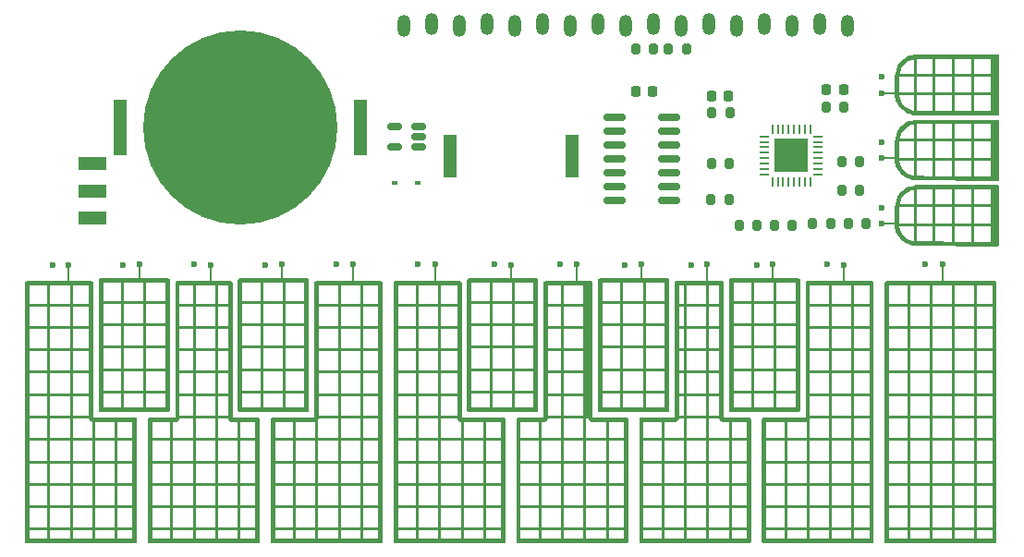
<source format=gbr>
%TF.GenerationSoftware,KiCad,Pcbnew,(5.99.0-10155-gdd944794ea)*%
%TF.CreationDate,2021-04-17T22:56:48+01:00*%
%TF.ProjectId,minor-cap,6d696e6f-722d-4636-9170-2e6b69636164,rev?*%
%TF.SameCoordinates,Original*%
%TF.FileFunction,Copper,L1,Top*%
%TF.FilePolarity,Positive*%
%FSLAX46Y46*%
G04 Gerber Fmt 4.6, Leading zero omitted, Abs format (unit mm)*
G04 Created by KiCad (PCBNEW (5.99.0-10155-gdd944794ea)) date 2021-04-17 22:56:48*
%MOMM*%
%LPD*%
G01*
G04 APERTURE LIST*
G04 Aperture macros list*
%AMRoundRect*
0 Rectangle with rounded corners*
0 $1 Rounding radius*
0 $2 $3 $4 $5 $6 $7 $8 $9 X,Y pos of 4 corners*
0 Add a 4 corners polygon primitive as box body*
4,1,4,$2,$3,$4,$5,$6,$7,$8,$9,$2,$3,0*
0 Add four circle primitives for the rounded corners*
1,1,$1+$1,$2,$3*
1,1,$1+$1,$4,$5*
1,1,$1+$1,$6,$7*
1,1,$1+$1,$8,$9*
0 Add four rect primitives between the rounded corners*
20,1,$1+$1,$2,$3,$4,$5,0*
20,1,$1+$1,$4,$5,$6,$7,0*
20,1,$1+$1,$6,$7,$8,$9,0*
20,1,$1+$1,$8,$9,$2,$3,0*%
G04 Aperture macros list end*
%TA.AperFunction,ComponentPad*%
%ADD10O,1.200000X2.000000*%
%TD*%
%TA.AperFunction,SMDPad,CuDef*%
%ADD11R,0.600000X0.450000*%
%TD*%
%TA.AperFunction,SMDPad,CuDef*%
%ADD12RoundRect,0.200000X-0.200000X-0.275000X0.200000X-0.275000X0.200000X0.275000X-0.200000X0.275000X0*%
%TD*%
%TA.AperFunction,SMDPad,CuDef*%
%ADD13RoundRect,0.200000X0.200000X0.275000X-0.200000X0.275000X-0.200000X-0.275000X0.200000X-0.275000X0*%
%TD*%
%TA.AperFunction,SMDPad,CuDef*%
%ADD14RoundRect,0.225000X-0.225000X-0.250000X0.225000X-0.250000X0.225000X0.250000X-0.225000X0.250000X0*%
%TD*%
%TA.AperFunction,SMDPad,CuDef*%
%ADD15R,1.200000X4.000000*%
%TD*%
%TA.AperFunction,SMDPad,CuDef*%
%ADD16RoundRect,0.150000X0.512500X0.150000X-0.512500X0.150000X-0.512500X-0.150000X0.512500X-0.150000X0*%
%TD*%
%TA.AperFunction,SMDPad,CuDef*%
%ADD17RoundRect,0.150000X-0.825000X-0.150000X0.825000X-0.150000X0.825000X0.150000X-0.825000X0.150000X0*%
%TD*%
%TA.AperFunction,SMDPad,CuDef*%
%ADD18R,3.100000X3.100000*%
%TD*%
%TA.AperFunction,SMDPad,CuDef*%
%ADD19RoundRect,0.062500X-0.062500X-0.375000X0.062500X-0.375000X0.062500X0.375000X-0.062500X0.375000X0*%
%TD*%
%TA.AperFunction,SMDPad,CuDef*%
%ADD20RoundRect,0.062500X-0.375000X-0.062500X0.375000X-0.062500X0.375000X0.062500X-0.375000X0.062500X0*%
%TD*%
%TA.AperFunction,SMDPad,CuDef*%
%ADD21R,2.500000X1.250000*%
%TD*%
%TA.AperFunction,SMDPad,CuDef*%
%ADD22R,1.270000X5.080000*%
%TD*%
%TA.AperFunction,SMDPad,CuDef*%
%ADD23C,17.800000*%
%TD*%
%TA.AperFunction,ViaPad*%
%ADD24C,0.600000*%
%TD*%
%TA.AperFunction,Conductor*%
%ADD25C,0.127000*%
%TD*%
G04 APERTURE END LIST*
D10*
%TO.P,J1,17,Pin_17*%
%TO.N,GND*%
X179270000Y-87450000D03*
%TO.P,J1,16,Pin_16*%
%TO.N,SMP*%
X176730000Y-87250000D03*
%TO.P,J1,15,Pin_15*%
%TO.N,S_SYNC*%
X174190000Y-87450000D03*
%TO.P,J1,14,Pin_14*%
%TO.N,M_SYNC*%
X171650000Y-87250000D03*
%TO.P,J1,13,Pin_13*%
%TO.N,RX*%
X169110000Y-87450000D03*
%TO.P,J1,12,Pin_12*%
%TO.N,TX*%
X166570000Y-87250000D03*
%TO.P,J1,11,Pin_11*%
%TO.N,SDA*%
X164030000Y-87450000D03*
%TO.P,J1,10,Pin_10*%
%TO.N,SCL*%
X161490000Y-87250000D03*
%TO.P,J1,9,Pin_9*%
%TO.N,CHANGE*%
X158950000Y-87450000D03*
%TO.P,J1,8,Pin_8*%
%TO.N,DAC*%
X156410000Y-87250000D03*
%TO.P,J1,7,Pin_7*%
%TO.N,SHUTDOWN*%
X153870000Y-87450000D03*
%TO.P,J1,6,Pin_6*%
%TO.N,PA4*%
X151330000Y-87250000D03*
%TO.P,J1,5,Pin_5*%
%TO.N,PA3*%
X148790000Y-87450000D03*
%TO.P,J1,4,Pin_4*%
%TO.N,PA2*%
X146250000Y-87250000D03*
%TO.P,J1,3,Pin_3*%
%TO.N,PA1*%
X143710000Y-87450000D03*
%TO.P,J1,2,Pin_2*%
%TO.N,UDPI*%
X141170000Y-87250000D03*
%TO.P,J1,1,Pin_1*%
%TO.N,+3V0*%
X138630000Y-87450000D03*
%TD*%
D11*
%TO.P,D1,2,A*%
%TO.N,GND*%
X137800000Y-101850000D03*
%TO.P,D1,1,K*%
%TO.N,Net-(BZ1-Pad1)*%
X139900000Y-101850000D03*
%TD*%
D12*
%TO.P,R12,2*%
%TO.N,X5*%
X180425000Y-99930000D03*
%TO.P,R12,1*%
%TO.N,Net-(R12-Pad1)*%
X178775000Y-99930000D03*
%TD*%
%TO.P,R11,2*%
%TO.N,X4*%
X177725000Y-105580000D03*
%TO.P,R11,1*%
%TO.N,Net-(R11-Pad1)*%
X176075000Y-105580000D03*
%TD*%
D13*
%TO.P,R10,2*%
%TO.N,VDD*%
X159875000Y-89600000D03*
%TO.P,R10,1*%
%TO.N,SCL*%
X161525000Y-89600000D03*
%TD*%
%TO.P,R9,2*%
%TO.N,VDD*%
X162875000Y-89600000D03*
%TO.P,R9,1*%
%TO.N,SDA*%
X164525000Y-89600000D03*
%TD*%
D12*
%TO.P,R8,2*%
%TO.N,X3*%
X180425000Y-102530000D03*
%TO.P,R8,1*%
%TO.N,Net-(R8-Pad1)*%
X178775000Y-102530000D03*
%TD*%
%TO.P,R7,2*%
%TO.N,X2*%
X181025000Y-105530000D03*
%TO.P,R7,1*%
%TO.N,Net-(R7-Pad1)*%
X179375000Y-105530000D03*
%TD*%
%TO.P,R6,2*%
%TO.N,X1*%
X171025000Y-105730000D03*
%TO.P,R6,1*%
%TO.N,Net-(R6-Pad1)*%
X169375000Y-105730000D03*
%TD*%
%TO.P,R5,2*%
%TO.N,X0*%
X174225000Y-105730000D03*
%TO.P,R5,1*%
%TO.N,Net-(R5-Pad1)*%
X172575000Y-105730000D03*
%TD*%
%TO.P,R4,2*%
%TO.N,Net-(C2-Pad2)*%
X178975000Y-94860000D03*
%TO.P,R4,1*%
%TO.N,Y1*%
X177325000Y-94860000D03*
%TD*%
%TO.P,R3,2*%
%TO.N,Net-(C1-Pad2)*%
X168505000Y-95370000D03*
%TO.P,R3,1*%
%TO.N,Y0*%
X166855000Y-95370000D03*
%TD*%
D13*
%TO.P,R2,2*%
%TO.N,X7*%
X166775000Y-103330000D03*
%TO.P,R2,1*%
%TO.N,Net-(R2-Pad1)*%
X168425000Y-103330000D03*
%TD*%
D12*
%TO.P,R1,2*%
%TO.N,Net-(R1-Pad2)*%
X168475000Y-100080000D03*
%TO.P,R1,1*%
%TO.N,X6*%
X166825000Y-100080000D03*
%TD*%
D14*
%TO.P,C3,2*%
%TO.N,GND*%
X161425000Y-93450000D03*
%TO.P,C3,1*%
%TO.N,VDD*%
X159875000Y-93450000D03*
%TD*%
%TO.P,C2,2*%
%TO.N,Net-(C2-Pad2)*%
X178925000Y-93330000D03*
%TO.P,C2,1*%
%TO.N,Net-(C2-Pad1)*%
X177375000Y-93330000D03*
%TD*%
%TO.P,C1,2*%
%TO.N,Net-(C1-Pad2)*%
X168405000Y-93870000D03*
%TO.P,C1,1*%
%TO.N,Net-(C1-Pad1)*%
X166855000Y-93870000D03*
%TD*%
D15*
%TO.P,BZ1,2,+*%
%TO.N,GND*%
X154050000Y-99350000D03*
%TO.P,BZ1,1,-*%
%TO.N,Net-(BZ1-Pad1)*%
X142850000Y-99350000D03*
%TD*%
D16*
%TO.P,U6,5,V-*%
%TO.N,GND*%
X137762500Y-98550000D03*
%TO.P,U6,4,-*%
%TO.N,Net-(BZ1-Pad1)*%
X137762500Y-96650000D03*
%TO.P,U6,3,+*%
%TO.N,DAC*%
X140037500Y-96650000D03*
%TO.P,U6,2,V+*%
%TO.N,VDD*%
X140037500Y-97600000D03*
%TO.P,U6,1*%
%TO.N,Net-(BZ1-Pad1)*%
X140037500Y-98550000D03*
%TD*%
D17*
%TO.P,U4,14,GND*%
%TO.N,GND*%
X162925000Y-95840000D03*
%TO.P,U4,13,PA3*%
%TO.N,PA3*%
X162925000Y-97110000D03*
%TO.P,U4,12,PA2*%
%TO.N,PA2*%
X162925000Y-98380000D03*
%TO.P,U4,11,PA1*%
%TO.N,PA1*%
X162925000Y-99650000D03*
%TO.P,U4,10,~RESET~/PA0*%
%TO.N,UDPI*%
X162925000Y-100920000D03*
%TO.P,U4,9,PB0*%
%TO.N,SCL*%
X162925000Y-102190000D03*
%TO.P,U4,8,PB1*%
%TO.N,SDA*%
X162925000Y-103460000D03*
%TO.P,U4,7,PB2*%
%TO.N,TX*%
X157975000Y-103460000D03*
%TO.P,U4,6,PB3*%
%TO.N,RX*%
X157975000Y-102190000D03*
%TO.P,U4,5,PA7*%
%TO.N,CHANGE*%
X157975000Y-100920000D03*
%TO.P,U4,4,PA6*%
%TO.N,DAC*%
X157975000Y-99650000D03*
%TO.P,U4,3,PA5*%
%TO.N,SHUTDOWN*%
X157975000Y-98380000D03*
%TO.P,U4,2,PA4*%
%TO.N,PA4*%
X157975000Y-97110000D03*
%TO.P,U4,1,VCC*%
%TO.N,VDD*%
X157975000Y-95840000D03*
%TD*%
D18*
%TO.P,U1,33*%
%TO.N,N/C*%
X174150000Y-99330000D03*
D19*
%TO.P,U1,32,Y2A*%
%TO.N,unconnected-(U1-Pad32)*%
X172400000Y-96892500D03*
%TO.P,U1,31,Y1A*%
%TO.N,Net-(C1-Pad2)*%
X172900000Y-96892500D03*
%TO.P,U1,30,Y0A*%
%TO.N,Net-(C2-Pad2)*%
X173400000Y-96892500D03*
%TO.P,U1,29,~RST*%
%TO.N,unconnected-(U1-Pad29)*%
X173900000Y-96892500D03*
%TO.P,U1,28,SCL*%
%TO.N,SCL*%
X174400000Y-96892500D03*
%TO.P,U1,27,SDA*%
%TO.N,SDA*%
X174900000Y-96892500D03*
%TO.P,U1,26,SMP*%
%TO.N,SMP*%
X175400000Y-96892500D03*
%TO.P,U1,25,Y2B*%
%TO.N,unconnected-(U1-Pad25)*%
X175900000Y-96892500D03*
D20*
%TO.P,U1,24,Y1B*%
%TO.N,Net-(C1-Pad1)*%
X176587500Y-97580000D03*
%TO.P,U1,23,Y0B*%
%TO.N,Net-(C2-Pad1)*%
X176587500Y-98080000D03*
%TO.P,U1,22,A0*%
%TO.N,VDD*%
X176587500Y-98580000D03*
%TO.P,U1,21,VSS*%
%TO.N,GND*%
X176587500Y-99080000D03*
%TO.P,U1,20,VDD*%
%TO.N,VDD*%
X176587500Y-99580000D03*
%TO.P,U1,19,A1*%
X176587500Y-100080000D03*
%TO.P,U1,18,VDD*%
X176587500Y-100580000D03*
%TO.P,U1,17,X5*%
%TO.N,Net-(R12-Pad1)*%
X176587500Y-101080000D03*
D19*
%TO.P,U1,16,X4*%
%TO.N,Net-(R11-Pad1)*%
X175900000Y-101767500D03*
%TO.P,U1,15,X3*%
%TO.N,Net-(R8-Pad1)*%
X175400000Y-101767500D03*
%TO.P,U1,14,X2*%
%TO.N,Net-(R7-Pad1)*%
X174900000Y-101767500D03*
%TO.P,U1,13,X1*%
%TO.N,Net-(R6-Pad1)*%
X174400000Y-101767500D03*
%TO.P,U1,12,X0*%
%TO.N,Net-(R5-Pad1)*%
X173900000Y-101767500D03*
%TO.P,U1,11,S_SYNC*%
%TO.N,S_SYNC*%
X173400000Y-101767500D03*
%TO.P,U1,10,VREF*%
%TO.N,GND*%
X172900000Y-101767500D03*
%TO.P,U1,9,LATCH*%
%TO.N,unconnected-(U1-Pad9)*%
X172400000Y-101767500D03*
D20*
%TO.P,U1,8,X7*%
%TO.N,Net-(R2-Pad1)*%
X171712500Y-101080000D03*
%TO.P,U1,7,X6*%
%TO.N,Net-(R1-Pad2)*%
X171712500Y-100580000D03*
%TO.P,U1,6,VDD*%
%TO.N,VDD*%
X171712500Y-100080000D03*
%TO.P,U1,5,VSS*%
%TO.N,GND*%
X171712500Y-99580000D03*
%TO.P,U1,4,VDD*%
%TO.N,VDD*%
X171712500Y-99080000D03*
%TO.P,U1,3,VSS*%
%TO.N,GND*%
X171712500Y-98580000D03*
%TO.P,U1,2,CHANGE*%
%TO.N,CHANGE*%
X171712500Y-98080000D03*
%TO.P,U1,1,M_SYNC*%
%TO.N,M_SYNC*%
X171712500Y-97580000D03*
%TD*%
D21*
%TO.P,SW1,3,C*%
%TO.N,VDD*%
X110100000Y-105100000D03*
%TO.P,SW1,2,B*%
%TO.N,+3V0*%
X110100000Y-102600000D03*
%TO.P,SW1,1,A*%
%TO.N,unconnected-(SW1-Pad1)*%
X110100000Y-100100000D03*
%TD*%
D22*
%TO.P,BT1,1,+*%
%TO.N,+3V0*%
X134635000Y-96750000D03*
X112665000Y-96750000D03*
D23*
%TO.P,BT1,2,-*%
%TO.N,GND*%
X123650000Y-96750000D03*
%TD*%
D24*
%TO.N,Y1*%
X182430000Y-105580000D03*
%TO.N,X7*%
X182450000Y-104120000D03*
%TO.N,Y0*%
X182410000Y-99560000D03*
%TO.N,X7*%
X182430000Y-98110000D03*
%TO.N,Y1*%
X182450000Y-93590000D03*
%TO.N,X6*%
X182450000Y-92090000D03*
%TO.N,Y0*%
X187970000Y-109290000D03*
%TO.N,X6*%
X186440000Y-109310000D03*
%TO.N,Y1*%
X178960000Y-109350000D03*
%TO.N,X5*%
X177430000Y-109330000D03*
%TO.N,Y0*%
X172440000Y-109330000D03*
%TO.N,X5*%
X170980000Y-109350000D03*
%TO.N,Y1*%
X166430000Y-109330000D03*
%TO.N,X4*%
X164970000Y-109390000D03*
%TO.N,Y0*%
X160440000Y-109310000D03*
%TO.N,X4*%
X158910000Y-109350000D03*
%TO.N,Y1*%
X154470000Y-109310000D03*
%TO.N,X3*%
X153000000Y-109310000D03*
%TO.N,Y0*%
X148460000Y-109350000D03*
%TO.N,X3*%
X146950000Y-109310000D03*
%TO.N,Y1*%
X141510000Y-109330000D03*
%TO.N,X2*%
X139960000Y-109330000D03*
%TO.N,Y0*%
X133970000Y-109330000D03*
%TO.N,X2*%
X132470000Y-109330000D03*
%TO.N,Y1*%
X127450000Y-109330000D03*
%TO.N,X1*%
X125950000Y-109350000D03*
%TO.N,Y0*%
X120940000Y-109350000D03*
%TO.N,X1*%
X119450000Y-109310000D03*
%TO.N,Y1*%
X114450000Y-109310000D03*
%TO.N,X0*%
X112950000Y-109350000D03*
%TO.N,Y0*%
X107950000Y-109350000D03*
%TO.N,X0*%
X106450000Y-109350000D03*
%TD*%
D25*
%TO.N,Y1*%
X182430000Y-105580000D02*
X183800000Y-105580000D01*
%TO.N,Y0*%
X182410000Y-99560000D02*
X183770000Y-99560000D01*
%TO.N,Y1*%
X182450000Y-93590000D02*
X183800000Y-93590000D01*
%TO.N,Y0*%
X187970000Y-109290000D02*
X187970000Y-111030000D01*
%TO.N,Y1*%
X178960000Y-109350000D02*
X178960000Y-110940000D01*
%TO.N,Y0*%
X172440000Y-109330000D02*
X172440000Y-110740000D01*
%TO.N,Y1*%
X166430000Y-109330000D02*
X166430000Y-110970000D01*
%TO.N,Y0*%
X160440000Y-109310000D02*
X160440000Y-110740000D01*
%TO.N,Y1*%
X154470000Y-109310000D02*
X154470000Y-111030000D01*
%TO.N,Y0*%
X148460000Y-109350000D02*
X148460000Y-110740000D01*
%TO.N,Y1*%
X141510000Y-109330000D02*
X141510000Y-111010000D01*
%TO.N,Y0*%
X133970000Y-109330000D02*
X133970000Y-111030000D01*
%TO.N,Y1*%
X127450000Y-109330000D02*
X127450000Y-110750000D01*
%TO.N,Y0*%
X120940000Y-109350000D02*
X120940000Y-111040000D01*
%TO.N,Y1*%
X114450000Y-109310000D02*
X114450000Y-110850000D01*
%TO.N,Y0*%
X107950000Y-109350000D02*
X107950000Y-111050000D01*
%TD*%
%TA.AperFunction,Conductor*%
%TO.N,Y1*%
G36*
X117142121Y-110620002D02*
G01*
X117188614Y-110673658D01*
X117200000Y-110726000D01*
X117200000Y-122724000D01*
X117179998Y-122792121D01*
X117126342Y-122838614D01*
X117074000Y-122850000D01*
X110826000Y-122850000D01*
X110757879Y-122829998D01*
X110711386Y-122776342D01*
X110700000Y-122724000D01*
X110700000Y-121127000D01*
X111105400Y-121127000D01*
X111105400Y-122444600D01*
X112754000Y-122444600D01*
X112754000Y-121127000D01*
X113007000Y-121127000D01*
X113007000Y-122444600D01*
X114809000Y-122444600D01*
X114809000Y-121127000D01*
X115062000Y-121127000D01*
X115062000Y-122444600D01*
X116794600Y-122444600D01*
X116794600Y-121127000D01*
X115062000Y-121127000D01*
X114809000Y-121127000D01*
X113007000Y-121127000D01*
X112754000Y-121127000D01*
X111105400Y-121127000D01*
X110700000Y-121127000D01*
X110700000Y-119072000D01*
X111105400Y-119072000D01*
X111105400Y-120874000D01*
X112754000Y-120874000D01*
X112754000Y-119072000D01*
X113007000Y-119072000D01*
X113007000Y-120874000D01*
X114809000Y-120874000D01*
X114809000Y-119072000D01*
X115062000Y-119072000D01*
X115062000Y-120874000D01*
X116794600Y-120874000D01*
X116794600Y-119072000D01*
X115062000Y-119072000D01*
X114809000Y-119072000D01*
X113007000Y-119072000D01*
X112754000Y-119072000D01*
X111105400Y-119072000D01*
X110700000Y-119072000D01*
X110700000Y-117017000D01*
X111105400Y-117017000D01*
X111105400Y-118819000D01*
X112754000Y-118819000D01*
X112754000Y-117017000D01*
X113007000Y-117017000D01*
X113007000Y-118819000D01*
X114809000Y-118819000D01*
X114809000Y-117017000D01*
X115062000Y-117017000D01*
X115062000Y-118819000D01*
X116794600Y-118819000D01*
X116794600Y-117017000D01*
X115062000Y-117017000D01*
X114809000Y-117017000D01*
X113007000Y-117017000D01*
X112754000Y-117017000D01*
X111105400Y-117017000D01*
X110700000Y-117017000D01*
X110700000Y-114962000D01*
X111105400Y-114962000D01*
X111105400Y-116764000D01*
X112754000Y-116764000D01*
X112754000Y-114962000D01*
X113007000Y-114962000D01*
X113007000Y-116764000D01*
X114809000Y-116764000D01*
X114809000Y-114962000D01*
X115062000Y-114962000D01*
X115062000Y-116764000D01*
X116794600Y-116764000D01*
X116794600Y-114962000D01*
X115062000Y-114962000D01*
X114809000Y-114962000D01*
X113007000Y-114962000D01*
X112754000Y-114962000D01*
X111105400Y-114962000D01*
X110700000Y-114962000D01*
X110700000Y-112907000D01*
X111105400Y-112907000D01*
X111105400Y-114709000D01*
X112754000Y-114709000D01*
X112754000Y-112907000D01*
X113007000Y-112907000D01*
X113007000Y-114709000D01*
X114809000Y-114709000D01*
X114809000Y-112907000D01*
X115062000Y-112907000D01*
X115062000Y-114709000D01*
X116794600Y-114709000D01*
X116794600Y-112907000D01*
X115062000Y-112907000D01*
X114809000Y-112907000D01*
X113007000Y-112907000D01*
X112754000Y-112907000D01*
X111105400Y-112907000D01*
X110700000Y-112907000D01*
X110700000Y-111005400D01*
X111105400Y-111005400D01*
X111105400Y-112654000D01*
X112754000Y-112654000D01*
X112754000Y-111005400D01*
X113007000Y-111005400D01*
X113007000Y-112654000D01*
X114809000Y-112654000D01*
X114809000Y-111005400D01*
X115062000Y-111005400D01*
X115062000Y-112654000D01*
X116794600Y-112654000D01*
X116794600Y-111005400D01*
X115062000Y-111005400D01*
X114809000Y-111005400D01*
X113007000Y-111005400D01*
X112754000Y-111005400D01*
X111105400Y-111005400D01*
X110700000Y-111005400D01*
X110700000Y-110726000D01*
X110720002Y-110657879D01*
X110773658Y-110611386D01*
X110826000Y-110600000D01*
X117074000Y-110600000D01*
X117142121Y-110620002D01*
G37*
%TD.AperFunction*%
%TD*%
%TA.AperFunction,Conductor*%
%TO.N,Y1*%
G36*
X129892121Y-110620002D02*
G01*
X129938614Y-110673658D01*
X129950000Y-110726000D01*
X129950000Y-122724000D01*
X129929998Y-122792121D01*
X129876342Y-122838614D01*
X129824000Y-122850000D01*
X123576000Y-122850000D01*
X123507879Y-122829998D01*
X123461386Y-122776342D01*
X123450000Y-122724000D01*
X123450000Y-121127000D01*
X123855400Y-121127000D01*
X123855400Y-122444600D01*
X125504000Y-122444600D01*
X125504000Y-121127000D01*
X125757000Y-121127000D01*
X125757000Y-122444600D01*
X127559000Y-122444600D01*
X127559000Y-121127000D01*
X127812000Y-121127000D01*
X127812000Y-122444600D01*
X129544600Y-122444600D01*
X129544600Y-121127000D01*
X127812000Y-121127000D01*
X127559000Y-121127000D01*
X125757000Y-121127000D01*
X125504000Y-121127000D01*
X123855400Y-121127000D01*
X123450000Y-121127000D01*
X123450000Y-119072000D01*
X123855400Y-119072000D01*
X123855400Y-120874000D01*
X125504000Y-120874000D01*
X125504000Y-119072000D01*
X125757000Y-119072000D01*
X125757000Y-120874000D01*
X127559000Y-120874000D01*
X127559000Y-119072000D01*
X127812000Y-119072000D01*
X127812000Y-120874000D01*
X129544600Y-120874000D01*
X129544600Y-119072000D01*
X127812000Y-119072000D01*
X127559000Y-119072000D01*
X125757000Y-119072000D01*
X125504000Y-119072000D01*
X123855400Y-119072000D01*
X123450000Y-119072000D01*
X123450000Y-117017000D01*
X123855400Y-117017000D01*
X123855400Y-118819000D01*
X125504000Y-118819000D01*
X125504000Y-117017000D01*
X125757000Y-117017000D01*
X125757000Y-118819000D01*
X127559000Y-118819000D01*
X127559000Y-117017000D01*
X127812000Y-117017000D01*
X127812000Y-118819000D01*
X129544600Y-118819000D01*
X129544600Y-117017000D01*
X127812000Y-117017000D01*
X127559000Y-117017000D01*
X125757000Y-117017000D01*
X125504000Y-117017000D01*
X123855400Y-117017000D01*
X123450000Y-117017000D01*
X123450000Y-114962000D01*
X123855400Y-114962000D01*
X123855400Y-116764000D01*
X125504000Y-116764000D01*
X125504000Y-114962000D01*
X125757000Y-114962000D01*
X125757000Y-116764000D01*
X127559000Y-116764000D01*
X127559000Y-114962000D01*
X127812000Y-114962000D01*
X127812000Y-116764000D01*
X129544600Y-116764000D01*
X129544600Y-114962000D01*
X127812000Y-114962000D01*
X127559000Y-114962000D01*
X125757000Y-114962000D01*
X125504000Y-114962000D01*
X123855400Y-114962000D01*
X123450000Y-114962000D01*
X123450000Y-112907000D01*
X123855400Y-112907000D01*
X123855400Y-114709000D01*
X125504000Y-114709000D01*
X125504000Y-112907000D01*
X125757000Y-112907000D01*
X125757000Y-114709000D01*
X127559000Y-114709000D01*
X127559000Y-112907000D01*
X127812000Y-112907000D01*
X127812000Y-114709000D01*
X129544600Y-114709000D01*
X129544600Y-112907000D01*
X127812000Y-112907000D01*
X127559000Y-112907000D01*
X125757000Y-112907000D01*
X125504000Y-112907000D01*
X123855400Y-112907000D01*
X123450000Y-112907000D01*
X123450000Y-111005400D01*
X123855400Y-111005400D01*
X123855400Y-112654000D01*
X125504000Y-112654000D01*
X125504000Y-111005400D01*
X125757000Y-111005400D01*
X125757000Y-112654000D01*
X127559000Y-112654000D01*
X127559000Y-111005400D01*
X127812000Y-111005400D01*
X127812000Y-112654000D01*
X129544600Y-112654000D01*
X129544600Y-111005400D01*
X127812000Y-111005400D01*
X127559000Y-111005400D01*
X125757000Y-111005400D01*
X125504000Y-111005400D01*
X123855400Y-111005400D01*
X123450000Y-111005400D01*
X123450000Y-110726000D01*
X123470002Y-110657879D01*
X123523658Y-110611386D01*
X123576000Y-110600000D01*
X129824000Y-110600000D01*
X129892121Y-110620002D01*
G37*
%TD.AperFunction*%
%TD*%
%TA.AperFunction,Conductor*%
%TO.N,Y1*%
G36*
X143892121Y-110870002D02*
G01*
X143938614Y-110923658D01*
X143950000Y-110976000D01*
X143950000Y-123350000D01*
X147824000Y-123350000D01*
X147892121Y-123370002D01*
X147938614Y-123423658D01*
X147950000Y-123476000D01*
X147950000Y-134724000D01*
X147929998Y-134792121D01*
X147876342Y-134838614D01*
X147824000Y-134850000D01*
X137826000Y-134850000D01*
X137757879Y-134829998D01*
X137711386Y-134776342D01*
X137700000Y-134724000D01*
X137700000Y-133707000D01*
X138105400Y-133707000D01*
X138105400Y-134444600D01*
X139754000Y-134444600D01*
X139754000Y-133707000D01*
X140007000Y-133707000D01*
X140007000Y-134444600D01*
X141809000Y-134444600D01*
X141809000Y-133707000D01*
X142062000Y-133707000D01*
X142062000Y-134444600D01*
X143864000Y-134444600D01*
X143864000Y-133707000D01*
X144117000Y-133707000D01*
X144117000Y-134444600D01*
X145919000Y-134444600D01*
X145919000Y-133707000D01*
X146172000Y-133707000D01*
X146172000Y-134444600D01*
X147544600Y-134444600D01*
X147544600Y-133707000D01*
X146172000Y-133707000D01*
X145919000Y-133707000D01*
X144117000Y-133707000D01*
X143864000Y-133707000D01*
X142062000Y-133707000D01*
X141809000Y-133707000D01*
X140007000Y-133707000D01*
X139754000Y-133707000D01*
X138105400Y-133707000D01*
X137700000Y-133707000D01*
X137700000Y-131652000D01*
X138105400Y-131652000D01*
X138105400Y-133454000D01*
X139754000Y-133454000D01*
X139754000Y-131652000D01*
X140007000Y-131652000D01*
X140007000Y-133454000D01*
X141809000Y-133454000D01*
X141809000Y-131652000D01*
X142062000Y-131652000D01*
X142062000Y-133454000D01*
X143864000Y-133454000D01*
X143864000Y-131652000D01*
X144117000Y-131652000D01*
X144117000Y-133454000D01*
X145919000Y-133454000D01*
X145919000Y-131652000D01*
X146172000Y-131652000D01*
X146172000Y-133454000D01*
X147544600Y-133454000D01*
X147544600Y-131652000D01*
X146172000Y-131652000D01*
X145919000Y-131652000D01*
X144117000Y-131652000D01*
X143864000Y-131652000D01*
X142062000Y-131652000D01*
X141809000Y-131652000D01*
X140007000Y-131652000D01*
X139754000Y-131652000D01*
X138105400Y-131652000D01*
X137700000Y-131652000D01*
X137700000Y-129597000D01*
X138105400Y-129597000D01*
X138105400Y-131399000D01*
X139754000Y-131399000D01*
X139754000Y-129597000D01*
X140007000Y-129597000D01*
X140007000Y-131399000D01*
X141809000Y-131399000D01*
X141809000Y-129597000D01*
X142062000Y-129597000D01*
X142062000Y-131399000D01*
X143864000Y-131399000D01*
X143864000Y-129597000D01*
X144117000Y-129597000D01*
X144117000Y-131399000D01*
X145919000Y-131399000D01*
X145919000Y-129597000D01*
X146172000Y-129597000D01*
X146172000Y-131399000D01*
X147544600Y-131399000D01*
X147544600Y-129597000D01*
X146172000Y-129597000D01*
X145919000Y-129597000D01*
X144117000Y-129597000D01*
X143864000Y-129597000D01*
X142062000Y-129597000D01*
X141809000Y-129597000D01*
X140007000Y-129597000D01*
X139754000Y-129597000D01*
X138105400Y-129597000D01*
X137700000Y-129597000D01*
X137700000Y-127542000D01*
X138105400Y-127542000D01*
X138105400Y-129344000D01*
X139754000Y-129344000D01*
X139754000Y-127542000D01*
X140007000Y-127542000D01*
X140007000Y-129344000D01*
X141809000Y-129344000D01*
X141809000Y-127542000D01*
X142062000Y-127542000D01*
X142062000Y-129344000D01*
X143864000Y-129344000D01*
X143864000Y-127542000D01*
X144117000Y-127542000D01*
X144117000Y-129344000D01*
X145919000Y-129344000D01*
X145919000Y-127542000D01*
X146172000Y-127542000D01*
X146172000Y-129344000D01*
X147544600Y-129344000D01*
X147544600Y-127542000D01*
X146172000Y-127542000D01*
X145919000Y-127542000D01*
X144117000Y-127542000D01*
X143864000Y-127542000D01*
X142062000Y-127542000D01*
X141809000Y-127542000D01*
X140007000Y-127542000D01*
X139754000Y-127542000D01*
X138105400Y-127542000D01*
X137700000Y-127542000D01*
X137700000Y-125487000D01*
X138105400Y-125487000D01*
X138105400Y-127289000D01*
X139754000Y-127289000D01*
X139754000Y-125487000D01*
X140007000Y-125487000D01*
X140007000Y-127289000D01*
X141809000Y-127289000D01*
X141809000Y-125487000D01*
X142062000Y-125487000D01*
X142062000Y-127289000D01*
X143864000Y-127289000D01*
X143864000Y-125487000D01*
X144117000Y-125487000D01*
X144117000Y-127289000D01*
X145919000Y-127289000D01*
X145919000Y-125487000D01*
X146172000Y-125487000D01*
X146172000Y-127289000D01*
X147544600Y-127289000D01*
X147544600Y-125487000D01*
X146172000Y-125487000D01*
X145919000Y-125487000D01*
X144117000Y-125487000D01*
X143864000Y-125487000D01*
X142062000Y-125487000D01*
X141809000Y-125487000D01*
X140007000Y-125487000D01*
X139754000Y-125487000D01*
X138105400Y-125487000D01*
X137700000Y-125487000D01*
X137700000Y-123432000D01*
X138105400Y-123432000D01*
X138105400Y-125234000D01*
X139754000Y-125234000D01*
X139754000Y-123432000D01*
X140007000Y-123432000D01*
X140007000Y-125234000D01*
X141809000Y-125234000D01*
X141809000Y-123432000D01*
X142062000Y-123432000D01*
X142062000Y-125234000D01*
X143864000Y-125234000D01*
X143864000Y-123755400D01*
X144117000Y-123755400D01*
X144117000Y-125234000D01*
X145919000Y-125234000D01*
X145919000Y-123755400D01*
X146172000Y-123755400D01*
X146172000Y-125234000D01*
X147544600Y-125234000D01*
X147544600Y-123755400D01*
X146172000Y-123755400D01*
X145919000Y-123755400D01*
X144117000Y-123755400D01*
X143864000Y-123755400D01*
X143864000Y-123740762D01*
X143818497Y-123731711D01*
X143773076Y-123712897D01*
X143682432Y-123652331D01*
X143647669Y-123617568D01*
X143587103Y-123526924D01*
X143568289Y-123481503D01*
X143558442Y-123432000D01*
X142062000Y-123432000D01*
X141809000Y-123432000D01*
X140007000Y-123432000D01*
X139754000Y-123432000D01*
X138105400Y-123432000D01*
X137700000Y-123432000D01*
X137700000Y-121377000D01*
X138105400Y-121377000D01*
X138105400Y-123179000D01*
X139754000Y-123179000D01*
X139754000Y-121377000D01*
X140007000Y-121377000D01*
X140007000Y-123179000D01*
X141809000Y-123179000D01*
X141809000Y-121377000D01*
X142062000Y-121377000D01*
X142062000Y-123179000D01*
X143544600Y-123179000D01*
X143544600Y-121377000D01*
X142062000Y-121377000D01*
X141809000Y-121377000D01*
X140007000Y-121377000D01*
X139754000Y-121377000D01*
X138105400Y-121377000D01*
X137700000Y-121377000D01*
X137700000Y-119322000D01*
X138105400Y-119322000D01*
X138105400Y-121124000D01*
X139754000Y-121124000D01*
X139754000Y-119322000D01*
X140007000Y-119322000D01*
X140007000Y-121124000D01*
X141809000Y-121124000D01*
X141809000Y-119322000D01*
X142062000Y-119322000D01*
X142062000Y-121124000D01*
X143544600Y-121124000D01*
X143544600Y-119322000D01*
X142062000Y-119322000D01*
X141809000Y-119322000D01*
X140007000Y-119322000D01*
X139754000Y-119322000D01*
X138105400Y-119322000D01*
X137700000Y-119322000D01*
X137700000Y-117267000D01*
X138105400Y-117267000D01*
X138105400Y-119069000D01*
X139754000Y-119069000D01*
X139754000Y-117267000D01*
X140007000Y-117267000D01*
X140007000Y-119069000D01*
X141809000Y-119069000D01*
X141809000Y-117267000D01*
X142062000Y-117267000D01*
X142062000Y-119069000D01*
X143544600Y-119069000D01*
X143544600Y-117267000D01*
X142062000Y-117267000D01*
X141809000Y-117267000D01*
X140007000Y-117267000D01*
X139754000Y-117267000D01*
X138105400Y-117267000D01*
X137700000Y-117267000D01*
X137700000Y-115212000D01*
X138105400Y-115212000D01*
X138105400Y-117014000D01*
X139754000Y-117014000D01*
X139754000Y-115212000D01*
X140007000Y-115212000D01*
X140007000Y-117014000D01*
X141809000Y-117014000D01*
X141809000Y-115212000D01*
X142062000Y-115212000D01*
X142062000Y-117014000D01*
X143544600Y-117014000D01*
X143544600Y-115212000D01*
X142062000Y-115212000D01*
X141809000Y-115212000D01*
X140007000Y-115212000D01*
X139754000Y-115212000D01*
X138105400Y-115212000D01*
X137700000Y-115212000D01*
X137700000Y-113157000D01*
X138105400Y-113157000D01*
X138105400Y-114959000D01*
X139754000Y-114959000D01*
X139754000Y-113157000D01*
X140007000Y-113157000D01*
X140007000Y-114959000D01*
X141809000Y-114959000D01*
X141809000Y-113157000D01*
X142062000Y-113157000D01*
X142062000Y-114959000D01*
X143544600Y-114959000D01*
X143544600Y-113157000D01*
X142062000Y-113157000D01*
X141809000Y-113157000D01*
X140007000Y-113157000D01*
X139754000Y-113157000D01*
X138105400Y-113157000D01*
X137700000Y-113157000D01*
X137700000Y-111255400D01*
X138105400Y-111255400D01*
X138105400Y-112904000D01*
X139754000Y-112904000D01*
X139754000Y-111255400D01*
X140007000Y-111255400D01*
X140007000Y-112904000D01*
X141809000Y-112904000D01*
X141809000Y-111255400D01*
X142062000Y-111255400D01*
X142062000Y-112904000D01*
X143544600Y-112904000D01*
X143544600Y-111255400D01*
X142062000Y-111255400D01*
X141809000Y-111255400D01*
X140007000Y-111255400D01*
X139754000Y-111255400D01*
X138105400Y-111255400D01*
X137700000Y-111255400D01*
X137700000Y-110976000D01*
X137720002Y-110907879D01*
X137773658Y-110861386D01*
X137826000Y-110850000D01*
X143824000Y-110850000D01*
X143892121Y-110870002D01*
G37*
%TD.AperFunction*%
%TD*%
%TA.AperFunction,Conductor*%
%TO.N,Y0*%
G36*
X150892121Y-110620002D02*
G01*
X150938614Y-110673658D01*
X150950000Y-110726000D01*
X150950000Y-122724000D01*
X150929998Y-122792121D01*
X150876342Y-122838614D01*
X150824000Y-122850000D01*
X144576000Y-122850000D01*
X144507879Y-122829998D01*
X144461386Y-122776342D01*
X144450000Y-122724000D01*
X144450000Y-121127000D01*
X144855400Y-121127000D01*
X144855400Y-122444600D01*
X146504000Y-122444600D01*
X146504000Y-121127000D01*
X146757000Y-121127000D01*
X146757000Y-122444600D01*
X148559000Y-122444600D01*
X148559000Y-121127000D01*
X148812000Y-121127000D01*
X148812000Y-122444600D01*
X150544600Y-122444600D01*
X150544600Y-121127000D01*
X148812000Y-121127000D01*
X148559000Y-121127000D01*
X146757000Y-121127000D01*
X146504000Y-121127000D01*
X144855400Y-121127000D01*
X144450000Y-121127000D01*
X144450000Y-119072000D01*
X144855400Y-119072000D01*
X144855400Y-120874000D01*
X146504000Y-120874000D01*
X146504000Y-119072000D01*
X146757000Y-119072000D01*
X146757000Y-120874000D01*
X148559000Y-120874000D01*
X148559000Y-119072000D01*
X148812000Y-119072000D01*
X148812000Y-120874000D01*
X150544600Y-120874000D01*
X150544600Y-119072000D01*
X148812000Y-119072000D01*
X148559000Y-119072000D01*
X146757000Y-119072000D01*
X146504000Y-119072000D01*
X144855400Y-119072000D01*
X144450000Y-119072000D01*
X144450000Y-117017000D01*
X144855400Y-117017000D01*
X144855400Y-118819000D01*
X146504000Y-118819000D01*
X146504000Y-117017000D01*
X146757000Y-117017000D01*
X146757000Y-118819000D01*
X148559000Y-118819000D01*
X148559000Y-117017000D01*
X148812000Y-117017000D01*
X148812000Y-118819000D01*
X150544600Y-118819000D01*
X150544600Y-117017000D01*
X148812000Y-117017000D01*
X148559000Y-117017000D01*
X146757000Y-117017000D01*
X146504000Y-117017000D01*
X144855400Y-117017000D01*
X144450000Y-117017000D01*
X144450000Y-114962000D01*
X144855400Y-114962000D01*
X144855400Y-116764000D01*
X146504000Y-116764000D01*
X146504000Y-114962000D01*
X146757000Y-114962000D01*
X146757000Y-116764000D01*
X148559000Y-116764000D01*
X148559000Y-114962000D01*
X148812000Y-114962000D01*
X148812000Y-116764000D01*
X150544600Y-116764000D01*
X150544600Y-114962000D01*
X148812000Y-114962000D01*
X148559000Y-114962000D01*
X146757000Y-114962000D01*
X146504000Y-114962000D01*
X144855400Y-114962000D01*
X144450000Y-114962000D01*
X144450000Y-112907000D01*
X144855400Y-112907000D01*
X144855400Y-114709000D01*
X146504000Y-114709000D01*
X146504000Y-112907000D01*
X146757000Y-112907000D01*
X146757000Y-114709000D01*
X148559000Y-114709000D01*
X148559000Y-112907000D01*
X148812000Y-112907000D01*
X148812000Y-114709000D01*
X150544600Y-114709000D01*
X150544600Y-112907000D01*
X148812000Y-112907000D01*
X148559000Y-112907000D01*
X146757000Y-112907000D01*
X146504000Y-112907000D01*
X144855400Y-112907000D01*
X144450000Y-112907000D01*
X144450000Y-111005400D01*
X144855400Y-111005400D01*
X144855400Y-112654000D01*
X146504000Y-112654000D01*
X146504000Y-111005400D01*
X146757000Y-111005400D01*
X146757000Y-112654000D01*
X148559000Y-112654000D01*
X148559000Y-111005400D01*
X148812000Y-111005400D01*
X148812000Y-112654000D01*
X150544600Y-112654000D01*
X150544600Y-111005400D01*
X148812000Y-111005400D01*
X148559000Y-111005400D01*
X146757000Y-111005400D01*
X146504000Y-111005400D01*
X144855400Y-111005400D01*
X144450000Y-111005400D01*
X144450000Y-110726000D01*
X144470002Y-110657879D01*
X144523658Y-110611386D01*
X144576000Y-110600000D01*
X150824000Y-110600000D01*
X150892121Y-110620002D01*
G37*
%TD.AperFunction*%
%TD*%
%TA.AperFunction,Conductor*%
%TO.N,Y1*%
G36*
X155892121Y-110870002D02*
G01*
X155938614Y-110923658D01*
X155950000Y-110976000D01*
X155950000Y-123350000D01*
X159074000Y-123350000D01*
X159142121Y-123370002D01*
X159188614Y-123423658D01*
X159200000Y-123476000D01*
X159200000Y-134724000D01*
X159179998Y-134792121D01*
X159126342Y-134838614D01*
X159074000Y-134850000D01*
X149076000Y-134850000D01*
X149007879Y-134829998D01*
X148961386Y-134776342D01*
X148950000Y-134724000D01*
X148950000Y-133707000D01*
X149355400Y-133707000D01*
X149355400Y-134444600D01*
X151004000Y-134444600D01*
X151004000Y-133707000D01*
X151257000Y-133707000D01*
X151257000Y-134444600D01*
X153059000Y-134444600D01*
X153059000Y-133707000D01*
X153312000Y-133707000D01*
X153312000Y-134444600D01*
X155114000Y-134444600D01*
X155114000Y-133707000D01*
X155367000Y-133707000D01*
X155367000Y-134444600D01*
X157169000Y-134444600D01*
X157169000Y-133707000D01*
X157422000Y-133707000D01*
X157422000Y-134444600D01*
X158794600Y-134444600D01*
X158794600Y-133707000D01*
X157422000Y-133707000D01*
X157169000Y-133707000D01*
X155367000Y-133707000D01*
X155114000Y-133707000D01*
X153312000Y-133707000D01*
X153059000Y-133707000D01*
X151257000Y-133707000D01*
X151004000Y-133707000D01*
X149355400Y-133707000D01*
X148950000Y-133707000D01*
X148950000Y-131652000D01*
X149355400Y-131652000D01*
X149355400Y-133454000D01*
X151004000Y-133454000D01*
X151004000Y-131652000D01*
X151257000Y-131652000D01*
X151257000Y-133454000D01*
X153059000Y-133454000D01*
X153059000Y-131652000D01*
X153312000Y-131652000D01*
X153312000Y-133454000D01*
X155114000Y-133454000D01*
X155114000Y-131652000D01*
X155367000Y-131652000D01*
X155367000Y-133454000D01*
X157169000Y-133454000D01*
X157169000Y-131652000D01*
X157422000Y-131652000D01*
X157422000Y-133454000D01*
X158794600Y-133454000D01*
X158794600Y-131652000D01*
X157422000Y-131652000D01*
X157169000Y-131652000D01*
X155367000Y-131652000D01*
X155114000Y-131652000D01*
X153312000Y-131652000D01*
X153059000Y-131652000D01*
X151257000Y-131652000D01*
X151004000Y-131652000D01*
X149355400Y-131652000D01*
X148950000Y-131652000D01*
X148950000Y-129597000D01*
X149355400Y-129597000D01*
X149355400Y-131399000D01*
X151004000Y-131399000D01*
X151004000Y-129597000D01*
X151257000Y-129597000D01*
X151257000Y-131399000D01*
X153059000Y-131399000D01*
X153059000Y-129597000D01*
X153312000Y-129597000D01*
X153312000Y-131399000D01*
X155114000Y-131399000D01*
X155114000Y-129597000D01*
X155367000Y-129597000D01*
X155367000Y-131399000D01*
X157169000Y-131399000D01*
X157169000Y-129597000D01*
X157422000Y-129597000D01*
X157422000Y-131399000D01*
X158794600Y-131399000D01*
X158794600Y-129597000D01*
X157422000Y-129597000D01*
X157169000Y-129597000D01*
X155367000Y-129597000D01*
X155114000Y-129597000D01*
X153312000Y-129597000D01*
X153059000Y-129597000D01*
X151257000Y-129597000D01*
X151004000Y-129597000D01*
X149355400Y-129597000D01*
X148950000Y-129597000D01*
X148950000Y-127542000D01*
X149355400Y-127542000D01*
X149355400Y-129344000D01*
X151004000Y-129344000D01*
X151004000Y-127542000D01*
X151257000Y-127542000D01*
X151257000Y-129344000D01*
X153059000Y-129344000D01*
X153059000Y-127542000D01*
X153312000Y-127542000D01*
X153312000Y-129344000D01*
X155114000Y-129344000D01*
X155114000Y-127542000D01*
X155367000Y-127542000D01*
X155367000Y-129344000D01*
X157169000Y-129344000D01*
X157169000Y-127542000D01*
X157422000Y-127542000D01*
X157422000Y-129344000D01*
X158794600Y-129344000D01*
X158794600Y-127542000D01*
X157422000Y-127542000D01*
X157169000Y-127542000D01*
X155367000Y-127542000D01*
X155114000Y-127542000D01*
X153312000Y-127542000D01*
X153059000Y-127542000D01*
X151257000Y-127542000D01*
X151004000Y-127542000D01*
X149355400Y-127542000D01*
X148950000Y-127542000D01*
X148950000Y-125487000D01*
X149355400Y-125487000D01*
X149355400Y-127289000D01*
X151004000Y-127289000D01*
X151004000Y-125487000D01*
X151257000Y-125487000D01*
X151257000Y-127289000D01*
X153059000Y-127289000D01*
X153059000Y-125487000D01*
X153312000Y-125487000D01*
X153312000Y-127289000D01*
X155114000Y-127289000D01*
X155114000Y-125487000D01*
X155367000Y-125487000D01*
X155367000Y-127289000D01*
X157169000Y-127289000D01*
X157169000Y-125487000D01*
X157422000Y-125487000D01*
X157422000Y-127289000D01*
X158794600Y-127289000D01*
X158794600Y-125487000D01*
X157422000Y-125487000D01*
X157169000Y-125487000D01*
X155367000Y-125487000D01*
X155114000Y-125487000D01*
X153312000Y-125487000D01*
X153059000Y-125487000D01*
X151257000Y-125487000D01*
X151004000Y-125487000D01*
X149355400Y-125487000D01*
X148950000Y-125487000D01*
X148950000Y-123755400D01*
X149355400Y-123755400D01*
X149355400Y-125234000D01*
X151004000Y-125234000D01*
X151004000Y-123755400D01*
X151257000Y-123755400D01*
X151257000Y-125234000D01*
X153059000Y-125234000D01*
X153059000Y-123432000D01*
X153312000Y-123432000D01*
X153312000Y-125234000D01*
X155114000Y-125234000D01*
X155114000Y-123432000D01*
X155367000Y-123432000D01*
X155367000Y-125234000D01*
X157169000Y-125234000D01*
X157169000Y-123755400D01*
X157422000Y-123755400D01*
X157422000Y-125234000D01*
X158794600Y-125234000D01*
X158794600Y-123755400D01*
X157422000Y-123755400D01*
X157169000Y-123755400D01*
X155950000Y-123755400D01*
X155925419Y-123752979D01*
X155818497Y-123731711D01*
X155773076Y-123712897D01*
X155682432Y-123652331D01*
X155647669Y-123617568D01*
X155587103Y-123526924D01*
X155568289Y-123481503D01*
X155558442Y-123432000D01*
X155367000Y-123432000D01*
X155114000Y-123432000D01*
X153312000Y-123432000D01*
X153059000Y-123432000D01*
X151841558Y-123432000D01*
X151831711Y-123481503D01*
X151812897Y-123526924D01*
X151752331Y-123617568D01*
X151717568Y-123652331D01*
X151626924Y-123712897D01*
X151581503Y-123731711D01*
X151474581Y-123752979D01*
X151450000Y-123755400D01*
X151257000Y-123755400D01*
X151004000Y-123755400D01*
X149355400Y-123755400D01*
X148950000Y-123755400D01*
X148950000Y-123476000D01*
X148970002Y-123407879D01*
X149023658Y-123361386D01*
X149076000Y-123350000D01*
X151450000Y-123350000D01*
X151450000Y-121377000D01*
X151855400Y-121377000D01*
X151855400Y-123179000D01*
X153059000Y-123179000D01*
X153059000Y-121377000D01*
X153312000Y-121377000D01*
X153312000Y-123179000D01*
X155114000Y-123179000D01*
X155114000Y-121377000D01*
X153312000Y-121377000D01*
X153059000Y-121377000D01*
X151855400Y-121377000D01*
X151450000Y-121377000D01*
X151450000Y-119322000D01*
X151855400Y-119322000D01*
X151855400Y-121124000D01*
X153059000Y-121124000D01*
X153059000Y-119322000D01*
X153312000Y-119322000D01*
X153312000Y-121124000D01*
X155114000Y-121124000D01*
X155114000Y-119322000D01*
X153312000Y-119322000D01*
X153059000Y-119322000D01*
X151855400Y-119322000D01*
X151450000Y-119322000D01*
X151450000Y-117267000D01*
X151855400Y-117267000D01*
X151855400Y-119069000D01*
X153059000Y-119069000D01*
X153059000Y-117267000D01*
X153312000Y-117267000D01*
X153312000Y-119069000D01*
X155114000Y-119069000D01*
X155114000Y-117267000D01*
X153312000Y-117267000D01*
X153059000Y-117267000D01*
X151855400Y-117267000D01*
X151450000Y-117267000D01*
X151450000Y-115212000D01*
X151855400Y-115212000D01*
X151855400Y-117014000D01*
X153059000Y-117014000D01*
X153059000Y-115212000D01*
X153312000Y-115212000D01*
X153312000Y-117014000D01*
X155114000Y-117014000D01*
X155114000Y-115212000D01*
X153312000Y-115212000D01*
X153059000Y-115212000D01*
X151855400Y-115212000D01*
X151450000Y-115212000D01*
X151450000Y-113157000D01*
X151855400Y-113157000D01*
X151855400Y-114959000D01*
X153059000Y-114959000D01*
X153059000Y-113157000D01*
X153312000Y-113157000D01*
X153312000Y-114959000D01*
X155114000Y-114959000D01*
X155114000Y-113157000D01*
X153312000Y-113157000D01*
X153059000Y-113157000D01*
X151855400Y-113157000D01*
X151450000Y-113157000D01*
X151450000Y-111255400D01*
X151855400Y-111255400D01*
X151855400Y-112904000D01*
X153059000Y-112904000D01*
X153059000Y-111255400D01*
X153312000Y-111255400D01*
X153312000Y-112904000D01*
X155114000Y-112904000D01*
X155114000Y-111255400D01*
X153312000Y-111255400D01*
X153059000Y-111255400D01*
X151855400Y-111255400D01*
X151450000Y-111255400D01*
X151450000Y-110976000D01*
X151470002Y-110907879D01*
X151523658Y-110861386D01*
X151576000Y-110850000D01*
X155824000Y-110850000D01*
X155892121Y-110870002D01*
G37*
%TD.AperFunction*%
%TD*%
%TA.AperFunction,Conductor*%
%TO.N,Y0*%
G36*
X162892121Y-110620002D02*
G01*
X162938614Y-110673658D01*
X162950000Y-110726000D01*
X162950000Y-122724000D01*
X162929998Y-122792121D01*
X162876342Y-122838614D01*
X162824000Y-122850000D01*
X156576000Y-122850000D01*
X156507879Y-122829998D01*
X156461386Y-122776342D01*
X156450000Y-122724000D01*
X156450000Y-121127000D01*
X156855400Y-121127000D01*
X156855400Y-122444600D01*
X158504000Y-122444600D01*
X158504000Y-121127000D01*
X158757000Y-121127000D01*
X158757000Y-122444600D01*
X160559000Y-122444600D01*
X160559000Y-121127000D01*
X160812000Y-121127000D01*
X160812000Y-122444600D01*
X162544600Y-122444600D01*
X162544600Y-121127000D01*
X160812000Y-121127000D01*
X160559000Y-121127000D01*
X158757000Y-121127000D01*
X158504000Y-121127000D01*
X156855400Y-121127000D01*
X156450000Y-121127000D01*
X156450000Y-119072000D01*
X156855400Y-119072000D01*
X156855400Y-120874000D01*
X158504000Y-120874000D01*
X158504000Y-119072000D01*
X158757000Y-119072000D01*
X158757000Y-120874000D01*
X160559000Y-120874000D01*
X160559000Y-119072000D01*
X160812000Y-119072000D01*
X160812000Y-120874000D01*
X162544600Y-120874000D01*
X162544600Y-119072000D01*
X160812000Y-119072000D01*
X160559000Y-119072000D01*
X158757000Y-119072000D01*
X158504000Y-119072000D01*
X156855400Y-119072000D01*
X156450000Y-119072000D01*
X156450000Y-117017000D01*
X156855400Y-117017000D01*
X156855400Y-118819000D01*
X158504000Y-118819000D01*
X158504000Y-117017000D01*
X158757000Y-117017000D01*
X158757000Y-118819000D01*
X160559000Y-118819000D01*
X160559000Y-117017000D01*
X160812000Y-117017000D01*
X160812000Y-118819000D01*
X162544600Y-118819000D01*
X162544600Y-117017000D01*
X160812000Y-117017000D01*
X160559000Y-117017000D01*
X158757000Y-117017000D01*
X158504000Y-117017000D01*
X156855400Y-117017000D01*
X156450000Y-117017000D01*
X156450000Y-114962000D01*
X156855400Y-114962000D01*
X156855400Y-116764000D01*
X158504000Y-116764000D01*
X158504000Y-114962000D01*
X158757000Y-114962000D01*
X158757000Y-116764000D01*
X160559000Y-116764000D01*
X160559000Y-114962000D01*
X160812000Y-114962000D01*
X160812000Y-116764000D01*
X162544600Y-116764000D01*
X162544600Y-114962000D01*
X160812000Y-114962000D01*
X160559000Y-114962000D01*
X158757000Y-114962000D01*
X158504000Y-114962000D01*
X156855400Y-114962000D01*
X156450000Y-114962000D01*
X156450000Y-112907000D01*
X156855400Y-112907000D01*
X156855400Y-114709000D01*
X158504000Y-114709000D01*
X158504000Y-112907000D01*
X158757000Y-112907000D01*
X158757000Y-114709000D01*
X160559000Y-114709000D01*
X160559000Y-112907000D01*
X160812000Y-112907000D01*
X160812000Y-114709000D01*
X162544600Y-114709000D01*
X162544600Y-112907000D01*
X160812000Y-112907000D01*
X160559000Y-112907000D01*
X158757000Y-112907000D01*
X158504000Y-112907000D01*
X156855400Y-112907000D01*
X156450000Y-112907000D01*
X156450000Y-111005400D01*
X156855400Y-111005400D01*
X156855400Y-112654000D01*
X158504000Y-112654000D01*
X158504000Y-111005400D01*
X158757000Y-111005400D01*
X158757000Y-112654000D01*
X160559000Y-112654000D01*
X160559000Y-111005400D01*
X160812000Y-111005400D01*
X160812000Y-112654000D01*
X162544600Y-112654000D01*
X162544600Y-111005400D01*
X160812000Y-111005400D01*
X160559000Y-111005400D01*
X158757000Y-111005400D01*
X158504000Y-111005400D01*
X156855400Y-111005400D01*
X156450000Y-111005400D01*
X156450000Y-110726000D01*
X156470002Y-110657879D01*
X156523658Y-110611386D01*
X156576000Y-110600000D01*
X162824000Y-110600000D01*
X162892121Y-110620002D01*
G37*
%TD.AperFunction*%
%TD*%
%TA.AperFunction,Conductor*%
%TO.N,Y1*%
G36*
X167892121Y-110870002D02*
G01*
X167938614Y-110923658D01*
X167950000Y-110976000D01*
X167950000Y-123350000D01*
X170324000Y-123350000D01*
X170392121Y-123370002D01*
X170438614Y-123423658D01*
X170450000Y-123476000D01*
X170450000Y-134724000D01*
X170429998Y-134792121D01*
X170376342Y-134838614D01*
X170324000Y-134850000D01*
X160326000Y-134850000D01*
X160257879Y-134829998D01*
X160211386Y-134776342D01*
X160200000Y-134724000D01*
X160200000Y-133707000D01*
X160605400Y-133707000D01*
X160605400Y-134444600D01*
X162254000Y-134444600D01*
X162254000Y-133707000D01*
X162507000Y-133707000D01*
X162507000Y-134444600D01*
X164309000Y-134444600D01*
X164309000Y-133707000D01*
X164562000Y-133707000D01*
X164562000Y-134444600D01*
X166364000Y-134444600D01*
X166364000Y-133707000D01*
X166617000Y-133707000D01*
X166617000Y-134444600D01*
X168419000Y-134444600D01*
X168419000Y-133707000D01*
X168672000Y-133707000D01*
X168672000Y-134444600D01*
X170044600Y-134444600D01*
X170044600Y-133707000D01*
X168672000Y-133707000D01*
X168419000Y-133707000D01*
X166617000Y-133707000D01*
X166364000Y-133707000D01*
X164562000Y-133707000D01*
X164309000Y-133707000D01*
X162507000Y-133707000D01*
X162254000Y-133707000D01*
X160605400Y-133707000D01*
X160200000Y-133707000D01*
X160200000Y-131652000D01*
X160605400Y-131652000D01*
X160605400Y-133454000D01*
X162254000Y-133454000D01*
X162254000Y-131652000D01*
X162507000Y-131652000D01*
X162507000Y-133454000D01*
X164309000Y-133454000D01*
X164309000Y-131652000D01*
X164562000Y-131652000D01*
X164562000Y-133454000D01*
X166364000Y-133454000D01*
X166364000Y-131652000D01*
X166617000Y-131652000D01*
X166617000Y-133454000D01*
X168419000Y-133454000D01*
X168419000Y-131652000D01*
X168672000Y-131652000D01*
X168672000Y-133454000D01*
X170044600Y-133454000D01*
X170044600Y-131652000D01*
X168672000Y-131652000D01*
X168419000Y-131652000D01*
X166617000Y-131652000D01*
X166364000Y-131652000D01*
X164562000Y-131652000D01*
X164309000Y-131652000D01*
X162507000Y-131652000D01*
X162254000Y-131652000D01*
X160605400Y-131652000D01*
X160200000Y-131652000D01*
X160200000Y-129597000D01*
X160605400Y-129597000D01*
X160605400Y-131399000D01*
X162254000Y-131399000D01*
X162254000Y-129597000D01*
X162507000Y-129597000D01*
X162507000Y-131399000D01*
X164309000Y-131399000D01*
X164309000Y-129597000D01*
X164562000Y-129597000D01*
X164562000Y-131399000D01*
X166364000Y-131399000D01*
X166364000Y-129597000D01*
X166617000Y-129597000D01*
X166617000Y-131399000D01*
X168419000Y-131399000D01*
X168419000Y-129597000D01*
X168672000Y-129597000D01*
X168672000Y-131399000D01*
X170044600Y-131399000D01*
X170044600Y-129597000D01*
X168672000Y-129597000D01*
X168419000Y-129597000D01*
X166617000Y-129597000D01*
X166364000Y-129597000D01*
X164562000Y-129597000D01*
X164309000Y-129597000D01*
X162507000Y-129597000D01*
X162254000Y-129597000D01*
X160605400Y-129597000D01*
X160200000Y-129597000D01*
X160200000Y-127542000D01*
X160605400Y-127542000D01*
X160605400Y-129344000D01*
X162254000Y-129344000D01*
X162254000Y-127542000D01*
X162507000Y-127542000D01*
X162507000Y-129344000D01*
X164309000Y-129344000D01*
X164309000Y-127542000D01*
X164562000Y-127542000D01*
X164562000Y-129344000D01*
X166364000Y-129344000D01*
X166364000Y-127542000D01*
X166617000Y-127542000D01*
X166617000Y-129344000D01*
X168419000Y-129344000D01*
X168419000Y-127542000D01*
X168672000Y-127542000D01*
X168672000Y-129344000D01*
X170044600Y-129344000D01*
X170044600Y-127542000D01*
X168672000Y-127542000D01*
X168419000Y-127542000D01*
X166617000Y-127542000D01*
X166364000Y-127542000D01*
X164562000Y-127542000D01*
X164309000Y-127542000D01*
X162507000Y-127542000D01*
X162254000Y-127542000D01*
X160605400Y-127542000D01*
X160200000Y-127542000D01*
X160200000Y-125487000D01*
X160605400Y-125487000D01*
X160605400Y-127289000D01*
X162254000Y-127289000D01*
X162254000Y-125487000D01*
X162507000Y-125487000D01*
X162507000Y-127289000D01*
X164309000Y-127289000D01*
X164309000Y-125487000D01*
X164562000Y-125487000D01*
X164562000Y-127289000D01*
X166364000Y-127289000D01*
X166364000Y-125487000D01*
X166617000Y-125487000D01*
X166617000Y-127289000D01*
X168419000Y-127289000D01*
X168419000Y-125487000D01*
X168672000Y-125487000D01*
X168672000Y-127289000D01*
X170044600Y-127289000D01*
X170044600Y-125487000D01*
X168672000Y-125487000D01*
X168419000Y-125487000D01*
X166617000Y-125487000D01*
X166364000Y-125487000D01*
X164562000Y-125487000D01*
X164309000Y-125487000D01*
X162507000Y-125487000D01*
X162254000Y-125487000D01*
X160605400Y-125487000D01*
X160200000Y-125487000D01*
X160200000Y-123755400D01*
X160605400Y-123755400D01*
X160605400Y-125234000D01*
X162254000Y-125234000D01*
X162254000Y-123755400D01*
X162507000Y-123755400D01*
X162507000Y-125234000D01*
X164309000Y-125234000D01*
X164309000Y-123432000D01*
X164562000Y-123432000D01*
X164562000Y-125234000D01*
X166364000Y-125234000D01*
X166364000Y-123432000D01*
X166617000Y-123432000D01*
X166617000Y-125234000D01*
X168419000Y-125234000D01*
X168419000Y-123755400D01*
X168672000Y-123755400D01*
X168672000Y-125234000D01*
X170044600Y-125234000D01*
X170044600Y-123755400D01*
X168672000Y-123755400D01*
X168419000Y-123755400D01*
X167950000Y-123755400D01*
X167925419Y-123752979D01*
X167818497Y-123731711D01*
X167773076Y-123712897D01*
X167682432Y-123652331D01*
X167647669Y-123617568D01*
X167587103Y-123526924D01*
X167568289Y-123481503D01*
X167558442Y-123432000D01*
X166617000Y-123432000D01*
X166364000Y-123432000D01*
X164562000Y-123432000D01*
X164309000Y-123432000D01*
X163841558Y-123432000D01*
X163831711Y-123481503D01*
X163812897Y-123526924D01*
X163752331Y-123617568D01*
X163717568Y-123652331D01*
X163626924Y-123712897D01*
X163581503Y-123731711D01*
X163474581Y-123752979D01*
X163450000Y-123755400D01*
X162507000Y-123755400D01*
X162254000Y-123755400D01*
X160605400Y-123755400D01*
X160200000Y-123755400D01*
X160200000Y-123476000D01*
X160220002Y-123407879D01*
X160273658Y-123361386D01*
X160326000Y-123350000D01*
X163450000Y-123350000D01*
X163450000Y-121377000D01*
X163855400Y-121377000D01*
X163855400Y-123179000D01*
X164309000Y-123179000D01*
X164309000Y-121377000D01*
X164562000Y-121377000D01*
X164562000Y-123179000D01*
X166364000Y-123179000D01*
X166364000Y-121377000D01*
X166617000Y-121377000D01*
X166617000Y-123179000D01*
X167544600Y-123179000D01*
X167544600Y-121377000D01*
X166617000Y-121377000D01*
X166364000Y-121377000D01*
X164562000Y-121377000D01*
X164309000Y-121377000D01*
X163855400Y-121377000D01*
X163450000Y-121377000D01*
X163450000Y-119322000D01*
X163855400Y-119322000D01*
X163855400Y-121124000D01*
X164309000Y-121124000D01*
X164309000Y-119322000D01*
X164562000Y-119322000D01*
X164562000Y-121124000D01*
X166364000Y-121124000D01*
X166364000Y-119322000D01*
X166617000Y-119322000D01*
X166617000Y-121124000D01*
X167544600Y-121124000D01*
X167544600Y-119322000D01*
X166617000Y-119322000D01*
X166364000Y-119322000D01*
X164562000Y-119322000D01*
X164309000Y-119322000D01*
X163855400Y-119322000D01*
X163450000Y-119322000D01*
X163450000Y-117267000D01*
X163855400Y-117267000D01*
X163855400Y-119069000D01*
X164309000Y-119069000D01*
X164309000Y-117267000D01*
X164562000Y-117267000D01*
X164562000Y-119069000D01*
X166364000Y-119069000D01*
X166364000Y-117267000D01*
X166617000Y-117267000D01*
X166617000Y-119069000D01*
X167544600Y-119069000D01*
X167544600Y-117267000D01*
X166617000Y-117267000D01*
X166364000Y-117267000D01*
X164562000Y-117267000D01*
X164309000Y-117267000D01*
X163855400Y-117267000D01*
X163450000Y-117267000D01*
X163450000Y-115212000D01*
X163855400Y-115212000D01*
X163855400Y-117014000D01*
X164309000Y-117014000D01*
X164309000Y-115212000D01*
X164562000Y-115212000D01*
X164562000Y-117014000D01*
X166364000Y-117014000D01*
X166364000Y-115212000D01*
X166617000Y-115212000D01*
X166617000Y-117014000D01*
X167544600Y-117014000D01*
X167544600Y-115212000D01*
X166617000Y-115212000D01*
X166364000Y-115212000D01*
X164562000Y-115212000D01*
X164309000Y-115212000D01*
X163855400Y-115212000D01*
X163450000Y-115212000D01*
X163450000Y-113157000D01*
X163855400Y-113157000D01*
X163855400Y-114959000D01*
X164309000Y-114959000D01*
X164309000Y-113157000D01*
X164562000Y-113157000D01*
X164562000Y-114959000D01*
X166364000Y-114959000D01*
X166364000Y-113157000D01*
X166617000Y-113157000D01*
X166617000Y-114959000D01*
X167544600Y-114959000D01*
X167544600Y-113157000D01*
X166617000Y-113157000D01*
X166364000Y-113157000D01*
X164562000Y-113157000D01*
X164309000Y-113157000D01*
X163855400Y-113157000D01*
X163450000Y-113157000D01*
X163450000Y-111255400D01*
X163855400Y-111255400D01*
X163855400Y-112904000D01*
X164309000Y-112904000D01*
X164309000Y-111255400D01*
X164562000Y-111255400D01*
X164562000Y-112904000D01*
X166364000Y-112904000D01*
X166364000Y-111255400D01*
X166617000Y-111255400D01*
X166617000Y-112904000D01*
X167544600Y-112904000D01*
X167544600Y-111255400D01*
X166617000Y-111255400D01*
X166364000Y-111255400D01*
X164562000Y-111255400D01*
X164309000Y-111255400D01*
X163855400Y-111255400D01*
X163450000Y-111255400D01*
X163450000Y-110976000D01*
X163470002Y-110907879D01*
X163523658Y-110861386D01*
X163576000Y-110850000D01*
X167824000Y-110850000D01*
X167892121Y-110870002D01*
G37*
%TD.AperFunction*%
%TD*%
%TA.AperFunction,Conductor*%
%TO.N,Y0*%
G36*
X174892121Y-110620002D02*
G01*
X174938614Y-110673658D01*
X174950000Y-110726000D01*
X174950000Y-122724000D01*
X174929998Y-122792121D01*
X174876342Y-122838614D01*
X174824000Y-122850000D01*
X168576000Y-122850000D01*
X168507879Y-122829998D01*
X168461386Y-122776342D01*
X168450000Y-122724000D01*
X168450000Y-121127000D01*
X168855400Y-121127000D01*
X168855400Y-122444600D01*
X170504000Y-122444600D01*
X170504000Y-121127000D01*
X170757000Y-121127000D01*
X170757000Y-122444600D01*
X172559000Y-122444600D01*
X172559000Y-121127000D01*
X172812000Y-121127000D01*
X172812000Y-122444600D01*
X174544600Y-122444600D01*
X174544600Y-121127000D01*
X172812000Y-121127000D01*
X172559000Y-121127000D01*
X170757000Y-121127000D01*
X170504000Y-121127000D01*
X168855400Y-121127000D01*
X168450000Y-121127000D01*
X168450000Y-119072000D01*
X168855400Y-119072000D01*
X168855400Y-120874000D01*
X170504000Y-120874000D01*
X170504000Y-119072000D01*
X170757000Y-119072000D01*
X170757000Y-120874000D01*
X172559000Y-120874000D01*
X172559000Y-119072000D01*
X172812000Y-119072000D01*
X172812000Y-120874000D01*
X174544600Y-120874000D01*
X174544600Y-119072000D01*
X172812000Y-119072000D01*
X172559000Y-119072000D01*
X170757000Y-119072000D01*
X170504000Y-119072000D01*
X168855400Y-119072000D01*
X168450000Y-119072000D01*
X168450000Y-117017000D01*
X168855400Y-117017000D01*
X168855400Y-118819000D01*
X170504000Y-118819000D01*
X170504000Y-117017000D01*
X170757000Y-117017000D01*
X170757000Y-118819000D01*
X172559000Y-118819000D01*
X172559000Y-117017000D01*
X172812000Y-117017000D01*
X172812000Y-118819000D01*
X174544600Y-118819000D01*
X174544600Y-117017000D01*
X172812000Y-117017000D01*
X172559000Y-117017000D01*
X170757000Y-117017000D01*
X170504000Y-117017000D01*
X168855400Y-117017000D01*
X168450000Y-117017000D01*
X168450000Y-114962000D01*
X168855400Y-114962000D01*
X168855400Y-116764000D01*
X170504000Y-116764000D01*
X170504000Y-114962000D01*
X170757000Y-114962000D01*
X170757000Y-116764000D01*
X172559000Y-116764000D01*
X172559000Y-114962000D01*
X172812000Y-114962000D01*
X172812000Y-116764000D01*
X174544600Y-116764000D01*
X174544600Y-114962000D01*
X172812000Y-114962000D01*
X172559000Y-114962000D01*
X170757000Y-114962000D01*
X170504000Y-114962000D01*
X168855400Y-114962000D01*
X168450000Y-114962000D01*
X168450000Y-112907000D01*
X168855400Y-112907000D01*
X168855400Y-114709000D01*
X170504000Y-114709000D01*
X170504000Y-112907000D01*
X170757000Y-112907000D01*
X170757000Y-114709000D01*
X172559000Y-114709000D01*
X172559000Y-112907000D01*
X172812000Y-112907000D01*
X172812000Y-114709000D01*
X174544600Y-114709000D01*
X174544600Y-112907000D01*
X172812000Y-112907000D01*
X172559000Y-112907000D01*
X170757000Y-112907000D01*
X170504000Y-112907000D01*
X168855400Y-112907000D01*
X168450000Y-112907000D01*
X168450000Y-111005400D01*
X168855400Y-111005400D01*
X168855400Y-112654000D01*
X170504000Y-112654000D01*
X170504000Y-111005400D01*
X170757000Y-111005400D01*
X170757000Y-112654000D01*
X172559000Y-112654000D01*
X172559000Y-111005400D01*
X172812000Y-111005400D01*
X172812000Y-112654000D01*
X174544600Y-112654000D01*
X174544600Y-111005400D01*
X172812000Y-111005400D01*
X172559000Y-111005400D01*
X170757000Y-111005400D01*
X170504000Y-111005400D01*
X168855400Y-111005400D01*
X168450000Y-111005400D01*
X168450000Y-110726000D01*
X168470002Y-110657879D01*
X168523658Y-110611386D01*
X168576000Y-110600000D01*
X174824000Y-110600000D01*
X174892121Y-110620002D01*
G37*
%TD.AperFunction*%
%TD*%
%TA.AperFunction,Conductor*%
%TO.N,Y1*%
G36*
X181642121Y-110870002D02*
G01*
X181688614Y-110923658D01*
X181700000Y-110976000D01*
X181700000Y-134724000D01*
X181679998Y-134792121D01*
X181626342Y-134838614D01*
X181574000Y-134850000D01*
X171576000Y-134850000D01*
X171507879Y-134829998D01*
X171461386Y-134776342D01*
X171450000Y-134724000D01*
X171450000Y-133707000D01*
X171855400Y-133707000D01*
X171855400Y-134444600D01*
X173504000Y-134444600D01*
X173504000Y-133707000D01*
X173757000Y-133707000D01*
X173757000Y-134444600D01*
X175559000Y-134444600D01*
X175559000Y-133707000D01*
X175812000Y-133707000D01*
X175812000Y-134444600D01*
X177614000Y-134444600D01*
X177614000Y-133707000D01*
X177867000Y-133707000D01*
X177867000Y-134444600D01*
X179669000Y-134444600D01*
X179669000Y-133707000D01*
X179922000Y-133707000D01*
X179922000Y-134444600D01*
X181294600Y-134444600D01*
X181294600Y-133707000D01*
X179922000Y-133707000D01*
X179669000Y-133707000D01*
X177867000Y-133707000D01*
X177614000Y-133707000D01*
X175812000Y-133707000D01*
X175559000Y-133707000D01*
X173757000Y-133707000D01*
X173504000Y-133707000D01*
X171855400Y-133707000D01*
X171450000Y-133707000D01*
X171450000Y-131652000D01*
X171855400Y-131652000D01*
X171855400Y-133454000D01*
X173504000Y-133454000D01*
X173504000Y-131652000D01*
X173757000Y-131652000D01*
X173757000Y-133454000D01*
X175559000Y-133454000D01*
X175559000Y-131652000D01*
X175812000Y-131652000D01*
X175812000Y-133454000D01*
X177614000Y-133454000D01*
X177614000Y-131652000D01*
X177867000Y-131652000D01*
X177867000Y-133454000D01*
X179669000Y-133454000D01*
X179669000Y-131652000D01*
X179922000Y-131652000D01*
X179922000Y-133454000D01*
X181294600Y-133454000D01*
X181294600Y-131652000D01*
X179922000Y-131652000D01*
X179669000Y-131652000D01*
X177867000Y-131652000D01*
X177614000Y-131652000D01*
X175812000Y-131652000D01*
X175559000Y-131652000D01*
X173757000Y-131652000D01*
X173504000Y-131652000D01*
X171855400Y-131652000D01*
X171450000Y-131652000D01*
X171450000Y-129597000D01*
X171855400Y-129597000D01*
X171855400Y-131399000D01*
X173504000Y-131399000D01*
X173504000Y-129597000D01*
X173757000Y-129597000D01*
X173757000Y-131399000D01*
X175559000Y-131399000D01*
X175559000Y-129597000D01*
X175812000Y-129597000D01*
X175812000Y-131399000D01*
X177614000Y-131399000D01*
X177614000Y-129597000D01*
X177867000Y-129597000D01*
X177867000Y-131399000D01*
X179669000Y-131399000D01*
X179669000Y-129597000D01*
X179922000Y-129597000D01*
X179922000Y-131399000D01*
X181294600Y-131399000D01*
X181294600Y-129597000D01*
X179922000Y-129597000D01*
X179669000Y-129597000D01*
X177867000Y-129597000D01*
X177614000Y-129597000D01*
X175812000Y-129597000D01*
X175559000Y-129597000D01*
X173757000Y-129597000D01*
X173504000Y-129597000D01*
X171855400Y-129597000D01*
X171450000Y-129597000D01*
X171450000Y-127542000D01*
X171855400Y-127542000D01*
X171855400Y-129344000D01*
X173504000Y-129344000D01*
X173504000Y-127542000D01*
X173757000Y-127542000D01*
X173757000Y-129344000D01*
X175559000Y-129344000D01*
X175559000Y-127542000D01*
X175812000Y-127542000D01*
X175812000Y-129344000D01*
X177614000Y-129344000D01*
X177614000Y-127542000D01*
X177867000Y-127542000D01*
X177867000Y-129344000D01*
X179669000Y-129344000D01*
X179669000Y-127542000D01*
X179922000Y-127542000D01*
X179922000Y-129344000D01*
X181294600Y-129344000D01*
X181294600Y-127542000D01*
X179922000Y-127542000D01*
X179669000Y-127542000D01*
X177867000Y-127542000D01*
X177614000Y-127542000D01*
X175812000Y-127542000D01*
X175559000Y-127542000D01*
X173757000Y-127542000D01*
X173504000Y-127542000D01*
X171855400Y-127542000D01*
X171450000Y-127542000D01*
X171450000Y-125487000D01*
X171855400Y-125487000D01*
X171855400Y-127289000D01*
X173504000Y-127289000D01*
X173504000Y-125487000D01*
X173757000Y-125487000D01*
X173757000Y-127289000D01*
X175559000Y-127289000D01*
X175559000Y-125487000D01*
X175812000Y-125487000D01*
X175812000Y-127289000D01*
X177614000Y-127289000D01*
X177614000Y-125487000D01*
X177867000Y-125487000D01*
X177867000Y-127289000D01*
X179669000Y-127289000D01*
X179669000Y-125487000D01*
X179922000Y-125487000D01*
X179922000Y-127289000D01*
X181294600Y-127289000D01*
X181294600Y-125487000D01*
X179922000Y-125487000D01*
X179669000Y-125487000D01*
X177867000Y-125487000D01*
X177614000Y-125487000D01*
X175812000Y-125487000D01*
X175559000Y-125487000D01*
X173757000Y-125487000D01*
X173504000Y-125487000D01*
X171855400Y-125487000D01*
X171450000Y-125487000D01*
X171450000Y-123755400D01*
X171855400Y-123755400D01*
X171855400Y-125234000D01*
X173504000Y-125234000D01*
X173504000Y-123755400D01*
X173757000Y-123755400D01*
X173757000Y-125234000D01*
X175559000Y-125234000D01*
X175559000Y-123736187D01*
X175474581Y-123752979D01*
X175450000Y-123755400D01*
X173757000Y-123755400D01*
X173504000Y-123755400D01*
X171855400Y-123755400D01*
X171450000Y-123755400D01*
X171450000Y-123528266D01*
X175812000Y-123528266D01*
X175812000Y-125234000D01*
X177614000Y-125234000D01*
X177614000Y-123432000D01*
X177867000Y-123432000D01*
X177867000Y-125234000D01*
X179669000Y-125234000D01*
X179669000Y-123432000D01*
X179922000Y-123432000D01*
X179922000Y-125234000D01*
X181294600Y-125234000D01*
X181294600Y-123432000D01*
X179922000Y-123432000D01*
X179669000Y-123432000D01*
X177867000Y-123432000D01*
X177614000Y-123432000D01*
X175841558Y-123432000D01*
X175831711Y-123481503D01*
X175812897Y-123526924D01*
X175812000Y-123528266D01*
X171450000Y-123528266D01*
X171450000Y-123476000D01*
X171470002Y-123407879D01*
X171523658Y-123361386D01*
X171576000Y-123350000D01*
X175450000Y-123350000D01*
X175450000Y-121377000D01*
X175855400Y-121377000D01*
X175855400Y-123179000D01*
X177614000Y-123179000D01*
X177614000Y-121377000D01*
X177867000Y-121377000D01*
X177867000Y-123179000D01*
X179669000Y-123179000D01*
X179669000Y-121377000D01*
X179922000Y-121377000D01*
X179922000Y-123179000D01*
X181294600Y-123179000D01*
X181294600Y-121377000D01*
X179922000Y-121377000D01*
X179669000Y-121377000D01*
X177867000Y-121377000D01*
X177614000Y-121377000D01*
X175855400Y-121377000D01*
X175450000Y-121377000D01*
X175450000Y-119322000D01*
X175855400Y-119322000D01*
X175855400Y-121124000D01*
X177614000Y-121124000D01*
X177614000Y-119322000D01*
X177867000Y-119322000D01*
X177867000Y-121124000D01*
X179669000Y-121124000D01*
X179669000Y-119322000D01*
X179922000Y-119322000D01*
X179922000Y-121124000D01*
X181294600Y-121124000D01*
X181294600Y-119322000D01*
X179922000Y-119322000D01*
X179669000Y-119322000D01*
X177867000Y-119322000D01*
X177614000Y-119322000D01*
X175855400Y-119322000D01*
X175450000Y-119322000D01*
X175450000Y-117267000D01*
X175855400Y-117267000D01*
X175855400Y-119069000D01*
X177614000Y-119069000D01*
X177614000Y-117267000D01*
X177867000Y-117267000D01*
X177867000Y-119069000D01*
X179669000Y-119069000D01*
X179669000Y-117267000D01*
X179922000Y-117267000D01*
X179922000Y-119069000D01*
X181294600Y-119069000D01*
X181294600Y-117267000D01*
X179922000Y-117267000D01*
X179669000Y-117267000D01*
X177867000Y-117267000D01*
X177614000Y-117267000D01*
X175855400Y-117267000D01*
X175450000Y-117267000D01*
X175450000Y-115212000D01*
X175855400Y-115212000D01*
X175855400Y-117014000D01*
X177614000Y-117014000D01*
X177614000Y-115212000D01*
X177867000Y-115212000D01*
X177867000Y-117014000D01*
X179669000Y-117014000D01*
X179669000Y-115212000D01*
X179922000Y-115212000D01*
X179922000Y-117014000D01*
X181294600Y-117014000D01*
X181294600Y-115212000D01*
X179922000Y-115212000D01*
X179669000Y-115212000D01*
X177867000Y-115212000D01*
X177614000Y-115212000D01*
X175855400Y-115212000D01*
X175450000Y-115212000D01*
X175450000Y-113157000D01*
X175855400Y-113157000D01*
X175855400Y-114959000D01*
X177614000Y-114959000D01*
X177614000Y-113157000D01*
X177867000Y-113157000D01*
X177867000Y-114959000D01*
X179669000Y-114959000D01*
X179669000Y-113157000D01*
X179922000Y-113157000D01*
X179922000Y-114959000D01*
X181294600Y-114959000D01*
X181294600Y-113157000D01*
X179922000Y-113157000D01*
X179669000Y-113157000D01*
X177867000Y-113157000D01*
X177614000Y-113157000D01*
X175855400Y-113157000D01*
X175450000Y-113157000D01*
X175450000Y-111255400D01*
X175855400Y-111255400D01*
X175855400Y-112904000D01*
X177614000Y-112904000D01*
X177614000Y-111255400D01*
X177867000Y-111255400D01*
X177867000Y-112904000D01*
X179669000Y-112904000D01*
X179669000Y-111255400D01*
X179922000Y-111255400D01*
X179922000Y-112904000D01*
X181294600Y-112904000D01*
X181294600Y-111255400D01*
X179922000Y-111255400D01*
X179669000Y-111255400D01*
X177867000Y-111255400D01*
X177614000Y-111255400D01*
X175855400Y-111255400D01*
X175450000Y-111255400D01*
X175450000Y-110976000D01*
X175470002Y-110907879D01*
X175523658Y-110861386D01*
X175576000Y-110850000D01*
X181574000Y-110850000D01*
X181642121Y-110870002D01*
G37*
%TD.AperFunction*%
%TD*%
%TA.AperFunction,Conductor*%
%TO.N,Y0*%
G36*
X192892121Y-110870002D02*
G01*
X192938614Y-110923658D01*
X192950000Y-110976000D01*
X192950000Y-134724000D01*
X192929998Y-134792121D01*
X192876342Y-134838614D01*
X192824000Y-134850000D01*
X182826000Y-134850000D01*
X182757879Y-134829998D01*
X182711386Y-134776342D01*
X182700000Y-134724000D01*
X182700000Y-133707000D01*
X183105400Y-133707000D01*
X183105400Y-134444600D01*
X184754000Y-134444600D01*
X184754000Y-133707000D01*
X185007000Y-133707000D01*
X185007000Y-134444600D01*
X186809000Y-134444600D01*
X186809000Y-133707000D01*
X187062000Y-133707000D01*
X187062000Y-134444600D01*
X188864000Y-134444600D01*
X188864000Y-133707000D01*
X189117000Y-133707000D01*
X189117000Y-134444600D01*
X190919000Y-134444600D01*
X190919000Y-133707000D01*
X191172000Y-133707000D01*
X191172000Y-134444600D01*
X192544600Y-134444600D01*
X192544600Y-133707000D01*
X191172000Y-133707000D01*
X190919000Y-133707000D01*
X189117000Y-133707000D01*
X188864000Y-133707000D01*
X187062000Y-133707000D01*
X186809000Y-133707000D01*
X185007000Y-133707000D01*
X184754000Y-133707000D01*
X183105400Y-133707000D01*
X182700000Y-133707000D01*
X182700000Y-131652000D01*
X183105400Y-131652000D01*
X183105400Y-133454000D01*
X184754000Y-133454000D01*
X184754000Y-131652000D01*
X185007000Y-131652000D01*
X185007000Y-133454000D01*
X186809000Y-133454000D01*
X186809000Y-131652000D01*
X187062000Y-131652000D01*
X187062000Y-133454000D01*
X188864000Y-133454000D01*
X188864000Y-131652000D01*
X189117000Y-131652000D01*
X189117000Y-133454000D01*
X190919000Y-133454000D01*
X190919000Y-131652000D01*
X191172000Y-131652000D01*
X191172000Y-133454000D01*
X192544600Y-133454000D01*
X192544600Y-131652000D01*
X191172000Y-131652000D01*
X190919000Y-131652000D01*
X189117000Y-131652000D01*
X188864000Y-131652000D01*
X187062000Y-131652000D01*
X186809000Y-131652000D01*
X185007000Y-131652000D01*
X184754000Y-131652000D01*
X183105400Y-131652000D01*
X182700000Y-131652000D01*
X182700000Y-129597000D01*
X183105400Y-129597000D01*
X183105400Y-131399000D01*
X184754000Y-131399000D01*
X184754000Y-129597000D01*
X185007000Y-129597000D01*
X185007000Y-131399000D01*
X186809000Y-131399000D01*
X186809000Y-129597000D01*
X187062000Y-129597000D01*
X187062000Y-131399000D01*
X188864000Y-131399000D01*
X188864000Y-129597000D01*
X189117000Y-129597000D01*
X189117000Y-131399000D01*
X190919000Y-131399000D01*
X190919000Y-129597000D01*
X191172000Y-129597000D01*
X191172000Y-131399000D01*
X192544600Y-131399000D01*
X192544600Y-129597000D01*
X191172000Y-129597000D01*
X190919000Y-129597000D01*
X189117000Y-129597000D01*
X188864000Y-129597000D01*
X187062000Y-129597000D01*
X186809000Y-129597000D01*
X185007000Y-129597000D01*
X184754000Y-129597000D01*
X183105400Y-129597000D01*
X182700000Y-129597000D01*
X182700000Y-127542000D01*
X183105400Y-127542000D01*
X183105400Y-129344000D01*
X184754000Y-129344000D01*
X184754000Y-127542000D01*
X185007000Y-127542000D01*
X185007000Y-129344000D01*
X186809000Y-129344000D01*
X186809000Y-127542000D01*
X187062000Y-127542000D01*
X187062000Y-129344000D01*
X188864000Y-129344000D01*
X188864000Y-127542000D01*
X189117000Y-127542000D01*
X189117000Y-129344000D01*
X190919000Y-129344000D01*
X190919000Y-127542000D01*
X191172000Y-127542000D01*
X191172000Y-129344000D01*
X192544600Y-129344000D01*
X192544600Y-127542000D01*
X191172000Y-127542000D01*
X190919000Y-127542000D01*
X189117000Y-127542000D01*
X188864000Y-127542000D01*
X187062000Y-127542000D01*
X186809000Y-127542000D01*
X185007000Y-127542000D01*
X184754000Y-127542000D01*
X183105400Y-127542000D01*
X182700000Y-127542000D01*
X182700000Y-125487000D01*
X183105400Y-125487000D01*
X183105400Y-127289000D01*
X184754000Y-127289000D01*
X184754000Y-125487000D01*
X185007000Y-125487000D01*
X185007000Y-127289000D01*
X186809000Y-127289000D01*
X186809000Y-125487000D01*
X187062000Y-125487000D01*
X187062000Y-127289000D01*
X188864000Y-127289000D01*
X188864000Y-125487000D01*
X189117000Y-125487000D01*
X189117000Y-127289000D01*
X190919000Y-127289000D01*
X190919000Y-125487000D01*
X191172000Y-125487000D01*
X191172000Y-127289000D01*
X192544600Y-127289000D01*
X192544600Y-125487000D01*
X191172000Y-125487000D01*
X190919000Y-125487000D01*
X189117000Y-125487000D01*
X188864000Y-125487000D01*
X187062000Y-125487000D01*
X186809000Y-125487000D01*
X185007000Y-125487000D01*
X184754000Y-125487000D01*
X183105400Y-125487000D01*
X182700000Y-125487000D01*
X182700000Y-123432000D01*
X183105400Y-123432000D01*
X183105400Y-125234000D01*
X184754000Y-125234000D01*
X184754000Y-123432000D01*
X185007000Y-123432000D01*
X185007000Y-125234000D01*
X186809000Y-125234000D01*
X186809000Y-123432000D01*
X187062000Y-123432000D01*
X187062000Y-125234000D01*
X188864000Y-125234000D01*
X188864000Y-123432000D01*
X189117000Y-123432000D01*
X189117000Y-125234000D01*
X190919000Y-125234000D01*
X190919000Y-123432000D01*
X191172000Y-123432000D01*
X191172000Y-125234000D01*
X192544600Y-125234000D01*
X192544600Y-123432000D01*
X191172000Y-123432000D01*
X190919000Y-123432000D01*
X189117000Y-123432000D01*
X188864000Y-123432000D01*
X187062000Y-123432000D01*
X186809000Y-123432000D01*
X185007000Y-123432000D01*
X184754000Y-123432000D01*
X183105400Y-123432000D01*
X182700000Y-123432000D01*
X182700000Y-121377000D01*
X183105400Y-121377000D01*
X183105400Y-123179000D01*
X184754000Y-123179000D01*
X184754000Y-121377000D01*
X185007000Y-121377000D01*
X185007000Y-123179000D01*
X186809000Y-123179000D01*
X186809000Y-121377000D01*
X187062000Y-121377000D01*
X187062000Y-123179000D01*
X188864000Y-123179000D01*
X188864000Y-121377000D01*
X189117000Y-121377000D01*
X189117000Y-123179000D01*
X190919000Y-123179000D01*
X190919000Y-121377000D01*
X191172000Y-121377000D01*
X191172000Y-123179000D01*
X192544600Y-123179000D01*
X192544600Y-121377000D01*
X191172000Y-121377000D01*
X190919000Y-121377000D01*
X189117000Y-121377000D01*
X188864000Y-121377000D01*
X187062000Y-121377000D01*
X186809000Y-121377000D01*
X185007000Y-121377000D01*
X184754000Y-121377000D01*
X183105400Y-121377000D01*
X182700000Y-121377000D01*
X182700000Y-119322000D01*
X183105400Y-119322000D01*
X183105400Y-121124000D01*
X184754000Y-121124000D01*
X184754000Y-119322000D01*
X185007000Y-119322000D01*
X185007000Y-121124000D01*
X186809000Y-121124000D01*
X186809000Y-119322000D01*
X187062000Y-119322000D01*
X187062000Y-121124000D01*
X188864000Y-121124000D01*
X188864000Y-119322000D01*
X189117000Y-119322000D01*
X189117000Y-121124000D01*
X190919000Y-121124000D01*
X190919000Y-119322000D01*
X191172000Y-119322000D01*
X191172000Y-121124000D01*
X192544600Y-121124000D01*
X192544600Y-119322000D01*
X191172000Y-119322000D01*
X190919000Y-119322000D01*
X189117000Y-119322000D01*
X188864000Y-119322000D01*
X187062000Y-119322000D01*
X186809000Y-119322000D01*
X185007000Y-119322000D01*
X184754000Y-119322000D01*
X183105400Y-119322000D01*
X182700000Y-119322000D01*
X182700000Y-117267000D01*
X183105400Y-117267000D01*
X183105400Y-119069000D01*
X184754000Y-119069000D01*
X184754000Y-117267000D01*
X185007000Y-117267000D01*
X185007000Y-119069000D01*
X186809000Y-119069000D01*
X186809000Y-117267000D01*
X187062000Y-117267000D01*
X187062000Y-119069000D01*
X188864000Y-119069000D01*
X188864000Y-117267000D01*
X189117000Y-117267000D01*
X189117000Y-119069000D01*
X190919000Y-119069000D01*
X190919000Y-117267000D01*
X191172000Y-117267000D01*
X191172000Y-119069000D01*
X192544600Y-119069000D01*
X192544600Y-117267000D01*
X191172000Y-117267000D01*
X190919000Y-117267000D01*
X189117000Y-117267000D01*
X188864000Y-117267000D01*
X187062000Y-117267000D01*
X186809000Y-117267000D01*
X185007000Y-117267000D01*
X184754000Y-117267000D01*
X183105400Y-117267000D01*
X182700000Y-117267000D01*
X182700000Y-115212000D01*
X183105400Y-115212000D01*
X183105400Y-117014000D01*
X184754000Y-117014000D01*
X184754000Y-115212000D01*
X185007000Y-115212000D01*
X185007000Y-117014000D01*
X186809000Y-117014000D01*
X186809000Y-115212000D01*
X187062000Y-115212000D01*
X187062000Y-117014000D01*
X188864000Y-117014000D01*
X188864000Y-115212000D01*
X189117000Y-115212000D01*
X189117000Y-117014000D01*
X190919000Y-117014000D01*
X190919000Y-115212000D01*
X191172000Y-115212000D01*
X191172000Y-117014000D01*
X192544600Y-117014000D01*
X192544600Y-115212000D01*
X191172000Y-115212000D01*
X190919000Y-115212000D01*
X189117000Y-115212000D01*
X188864000Y-115212000D01*
X187062000Y-115212000D01*
X186809000Y-115212000D01*
X185007000Y-115212000D01*
X184754000Y-115212000D01*
X183105400Y-115212000D01*
X182700000Y-115212000D01*
X182700000Y-113157000D01*
X183105400Y-113157000D01*
X183105400Y-114959000D01*
X184754000Y-114959000D01*
X184754000Y-113157000D01*
X185007000Y-113157000D01*
X185007000Y-114959000D01*
X186809000Y-114959000D01*
X186809000Y-113157000D01*
X187062000Y-113157000D01*
X187062000Y-114959000D01*
X188864000Y-114959000D01*
X188864000Y-113157000D01*
X189117000Y-113157000D01*
X189117000Y-114959000D01*
X190919000Y-114959000D01*
X190919000Y-113157000D01*
X191172000Y-113157000D01*
X191172000Y-114959000D01*
X192544600Y-114959000D01*
X192544600Y-113157000D01*
X191172000Y-113157000D01*
X190919000Y-113157000D01*
X189117000Y-113157000D01*
X188864000Y-113157000D01*
X187062000Y-113157000D01*
X186809000Y-113157000D01*
X185007000Y-113157000D01*
X184754000Y-113157000D01*
X183105400Y-113157000D01*
X182700000Y-113157000D01*
X182700000Y-111255400D01*
X183105400Y-111255400D01*
X183105400Y-112904000D01*
X184754000Y-112904000D01*
X184754000Y-111255400D01*
X185007000Y-111255400D01*
X185007000Y-112904000D01*
X186809000Y-112904000D01*
X186809000Y-111255400D01*
X187062000Y-111255400D01*
X187062000Y-112904000D01*
X188864000Y-112904000D01*
X188864000Y-111255400D01*
X189117000Y-111255400D01*
X189117000Y-112904000D01*
X190919000Y-112904000D01*
X190919000Y-111255400D01*
X191172000Y-111255400D01*
X191172000Y-112904000D01*
X192544600Y-112904000D01*
X192544600Y-111255400D01*
X191172000Y-111255400D01*
X190919000Y-111255400D01*
X189117000Y-111255400D01*
X188864000Y-111255400D01*
X187062000Y-111255400D01*
X186809000Y-111255400D01*
X185007000Y-111255400D01*
X184754000Y-111255400D01*
X183105400Y-111255400D01*
X182700000Y-111255400D01*
X182700000Y-110976000D01*
X182720002Y-110907879D01*
X182773658Y-110861386D01*
X182826000Y-110850000D01*
X192824000Y-110850000D01*
X192892121Y-110870002D01*
G37*
%TD.AperFunction*%
%TD*%
%TA.AperFunction,Conductor*%
%TO.N,Y0*%
G36*
X110142121Y-110870002D02*
G01*
X110188614Y-110923658D01*
X110200000Y-110976000D01*
X110200000Y-123350000D01*
X114074000Y-123350000D01*
X114142121Y-123370002D01*
X114188614Y-123423658D01*
X114200000Y-123476000D01*
X114200000Y-134724000D01*
X114179998Y-134792121D01*
X114126342Y-134838614D01*
X114074000Y-134850000D01*
X104076000Y-134850000D01*
X104007879Y-134829998D01*
X103961386Y-134776342D01*
X103950000Y-134724000D01*
X103950000Y-133707000D01*
X104355400Y-133707000D01*
X104355400Y-134444600D01*
X106004000Y-134444600D01*
X106004000Y-133707000D01*
X106257000Y-133707000D01*
X106257000Y-134444600D01*
X108059000Y-134444600D01*
X108059000Y-133707000D01*
X108312000Y-133707000D01*
X108312000Y-134444600D01*
X110114000Y-134444600D01*
X110114000Y-133707000D01*
X110367000Y-133707000D01*
X110367000Y-134444600D01*
X112169000Y-134444600D01*
X112169000Y-133707000D01*
X112422000Y-133707000D01*
X112422000Y-134444600D01*
X113794600Y-134444600D01*
X113794600Y-133707000D01*
X112422000Y-133707000D01*
X112169000Y-133707000D01*
X110367000Y-133707000D01*
X110114000Y-133707000D01*
X108312000Y-133707000D01*
X108059000Y-133707000D01*
X106257000Y-133707000D01*
X106004000Y-133707000D01*
X104355400Y-133707000D01*
X103950000Y-133707000D01*
X103950000Y-131652000D01*
X104355400Y-131652000D01*
X104355400Y-133454000D01*
X106004000Y-133454000D01*
X106004000Y-131652000D01*
X106257000Y-131652000D01*
X106257000Y-133454000D01*
X108059000Y-133454000D01*
X108059000Y-131652000D01*
X108312000Y-131652000D01*
X108312000Y-133454000D01*
X110114000Y-133454000D01*
X110114000Y-131652000D01*
X110367000Y-131652000D01*
X110367000Y-133454000D01*
X112169000Y-133454000D01*
X112169000Y-131652000D01*
X112422000Y-131652000D01*
X112422000Y-133454000D01*
X113794600Y-133454000D01*
X113794600Y-131652000D01*
X112422000Y-131652000D01*
X112169000Y-131652000D01*
X110367000Y-131652000D01*
X110114000Y-131652000D01*
X108312000Y-131652000D01*
X108059000Y-131652000D01*
X106257000Y-131652000D01*
X106004000Y-131652000D01*
X104355400Y-131652000D01*
X103950000Y-131652000D01*
X103950000Y-129597000D01*
X104355400Y-129597000D01*
X104355400Y-131399000D01*
X106004000Y-131399000D01*
X106004000Y-129597000D01*
X106257000Y-129597000D01*
X106257000Y-131399000D01*
X108059000Y-131399000D01*
X108059000Y-129597000D01*
X108312000Y-129597000D01*
X108312000Y-131399000D01*
X110114000Y-131399000D01*
X110114000Y-129597000D01*
X110367000Y-129597000D01*
X110367000Y-131399000D01*
X112169000Y-131399000D01*
X112169000Y-129597000D01*
X112422000Y-129597000D01*
X112422000Y-131399000D01*
X113794600Y-131399000D01*
X113794600Y-129597000D01*
X112422000Y-129597000D01*
X112169000Y-129597000D01*
X110367000Y-129597000D01*
X110114000Y-129597000D01*
X108312000Y-129597000D01*
X108059000Y-129597000D01*
X106257000Y-129597000D01*
X106004000Y-129597000D01*
X104355400Y-129597000D01*
X103950000Y-129597000D01*
X103950000Y-127542000D01*
X104355400Y-127542000D01*
X104355400Y-129344000D01*
X106004000Y-129344000D01*
X106004000Y-127542000D01*
X106257000Y-127542000D01*
X106257000Y-129344000D01*
X108059000Y-129344000D01*
X108059000Y-127542000D01*
X108312000Y-127542000D01*
X108312000Y-129344000D01*
X110114000Y-129344000D01*
X110114000Y-127542000D01*
X110367000Y-127542000D01*
X110367000Y-129344000D01*
X112169000Y-129344000D01*
X112169000Y-127542000D01*
X112422000Y-127542000D01*
X112422000Y-129344000D01*
X113794600Y-129344000D01*
X113794600Y-127542000D01*
X112422000Y-127542000D01*
X112169000Y-127542000D01*
X110367000Y-127542000D01*
X110114000Y-127542000D01*
X108312000Y-127542000D01*
X108059000Y-127542000D01*
X106257000Y-127542000D01*
X106004000Y-127542000D01*
X104355400Y-127542000D01*
X103950000Y-127542000D01*
X103950000Y-125487000D01*
X104355400Y-125487000D01*
X104355400Y-127289000D01*
X106004000Y-127289000D01*
X106004000Y-125487000D01*
X106257000Y-125487000D01*
X106257000Y-127289000D01*
X108059000Y-127289000D01*
X108059000Y-125487000D01*
X108312000Y-125487000D01*
X108312000Y-127289000D01*
X110114000Y-127289000D01*
X110114000Y-125487000D01*
X110367000Y-125487000D01*
X110367000Y-127289000D01*
X112169000Y-127289000D01*
X112169000Y-125487000D01*
X112422000Y-125487000D01*
X112422000Y-127289000D01*
X113794600Y-127289000D01*
X113794600Y-125487000D01*
X112422000Y-125487000D01*
X112169000Y-125487000D01*
X110367000Y-125487000D01*
X110114000Y-125487000D01*
X108312000Y-125487000D01*
X108059000Y-125487000D01*
X106257000Y-125487000D01*
X106004000Y-125487000D01*
X104355400Y-125487000D01*
X103950000Y-125487000D01*
X103950000Y-123432000D01*
X104355400Y-123432000D01*
X104355400Y-125234000D01*
X106004000Y-125234000D01*
X106004000Y-123432000D01*
X106257000Y-123432000D01*
X106257000Y-125234000D01*
X108059000Y-125234000D01*
X108059000Y-123432000D01*
X108312000Y-123432000D01*
X108312000Y-125234000D01*
X110114000Y-125234000D01*
X110114000Y-123755400D01*
X110367000Y-123755400D01*
X110367000Y-125234000D01*
X112169000Y-125234000D01*
X112169000Y-123755400D01*
X112422000Y-123755400D01*
X112422000Y-125234000D01*
X113794600Y-125234000D01*
X113794600Y-123755400D01*
X112422000Y-123755400D01*
X112169000Y-123755400D01*
X110367000Y-123755400D01*
X110114000Y-123755400D01*
X110114000Y-123740762D01*
X110068497Y-123731711D01*
X110023076Y-123712897D01*
X109932432Y-123652331D01*
X109897669Y-123617568D01*
X109837103Y-123526924D01*
X109818289Y-123481503D01*
X109808442Y-123432000D01*
X108312000Y-123432000D01*
X108059000Y-123432000D01*
X106257000Y-123432000D01*
X106004000Y-123432000D01*
X104355400Y-123432000D01*
X103950000Y-123432000D01*
X103950000Y-121377000D01*
X104355400Y-121377000D01*
X104355400Y-123179000D01*
X106004000Y-123179000D01*
X106004000Y-121377000D01*
X106257000Y-121377000D01*
X106257000Y-123179000D01*
X108059000Y-123179000D01*
X108059000Y-121377000D01*
X108312000Y-121377000D01*
X108312000Y-123179000D01*
X109794600Y-123179000D01*
X109794600Y-121377000D01*
X108312000Y-121377000D01*
X108059000Y-121377000D01*
X106257000Y-121377000D01*
X106004000Y-121377000D01*
X104355400Y-121377000D01*
X103950000Y-121377000D01*
X103950000Y-119322000D01*
X104355400Y-119322000D01*
X104355400Y-121124000D01*
X106004000Y-121124000D01*
X106004000Y-119322000D01*
X106257000Y-119322000D01*
X106257000Y-121124000D01*
X108059000Y-121124000D01*
X108059000Y-119322000D01*
X108312000Y-119322000D01*
X108312000Y-121124000D01*
X109794600Y-121124000D01*
X109794600Y-119322000D01*
X108312000Y-119322000D01*
X108059000Y-119322000D01*
X106257000Y-119322000D01*
X106004000Y-119322000D01*
X104355400Y-119322000D01*
X103950000Y-119322000D01*
X103950000Y-117267000D01*
X104355400Y-117267000D01*
X104355400Y-119069000D01*
X106004000Y-119069000D01*
X106004000Y-117267000D01*
X106257000Y-117267000D01*
X106257000Y-119069000D01*
X108059000Y-119069000D01*
X108059000Y-117267000D01*
X108312000Y-117267000D01*
X108312000Y-119069000D01*
X109794600Y-119069000D01*
X109794600Y-117267000D01*
X108312000Y-117267000D01*
X108059000Y-117267000D01*
X106257000Y-117267000D01*
X106004000Y-117267000D01*
X104355400Y-117267000D01*
X103950000Y-117267000D01*
X103950000Y-115212000D01*
X104355400Y-115212000D01*
X104355400Y-117014000D01*
X106004000Y-117014000D01*
X106004000Y-115212000D01*
X106257000Y-115212000D01*
X106257000Y-117014000D01*
X108059000Y-117014000D01*
X108059000Y-115212000D01*
X108312000Y-115212000D01*
X108312000Y-117014000D01*
X109794600Y-117014000D01*
X109794600Y-115212000D01*
X108312000Y-115212000D01*
X108059000Y-115212000D01*
X106257000Y-115212000D01*
X106004000Y-115212000D01*
X104355400Y-115212000D01*
X103950000Y-115212000D01*
X103950000Y-113157000D01*
X104355400Y-113157000D01*
X104355400Y-114959000D01*
X106004000Y-114959000D01*
X106004000Y-113157000D01*
X106257000Y-113157000D01*
X106257000Y-114959000D01*
X108059000Y-114959000D01*
X108059000Y-113157000D01*
X108312000Y-113157000D01*
X108312000Y-114959000D01*
X109794600Y-114959000D01*
X109794600Y-113157000D01*
X108312000Y-113157000D01*
X108059000Y-113157000D01*
X106257000Y-113157000D01*
X106004000Y-113157000D01*
X104355400Y-113157000D01*
X103950000Y-113157000D01*
X103950000Y-111255400D01*
X104355400Y-111255400D01*
X104355400Y-112904000D01*
X106004000Y-112904000D01*
X106004000Y-111255400D01*
X106257000Y-111255400D01*
X106257000Y-112904000D01*
X108059000Y-112904000D01*
X108059000Y-111255400D01*
X108312000Y-111255400D01*
X108312000Y-112904000D01*
X109794600Y-112904000D01*
X109794600Y-111255400D01*
X108312000Y-111255400D01*
X108059000Y-111255400D01*
X106257000Y-111255400D01*
X106004000Y-111255400D01*
X104355400Y-111255400D01*
X103950000Y-111255400D01*
X103950000Y-110976000D01*
X103970002Y-110907879D01*
X104023658Y-110861386D01*
X104076000Y-110850000D01*
X110074000Y-110850000D01*
X110142121Y-110870002D01*
G37*
%TD.AperFunction*%
%TD*%
%TA.AperFunction,Conductor*%
%TO.N,Y0*%
G36*
X122892121Y-110870002D02*
G01*
X122938614Y-110923658D01*
X122950000Y-110976000D01*
X122950000Y-123350000D01*
X125324000Y-123350000D01*
X125392121Y-123370002D01*
X125438614Y-123423658D01*
X125450000Y-123476000D01*
X125450000Y-134724000D01*
X125429998Y-134792121D01*
X125376342Y-134838614D01*
X125324000Y-134850000D01*
X115326000Y-134850000D01*
X115257879Y-134829998D01*
X115211386Y-134776342D01*
X115200000Y-134724000D01*
X115200000Y-133707000D01*
X115605400Y-133707000D01*
X115605400Y-134444600D01*
X117254000Y-134444600D01*
X117254000Y-133707000D01*
X117507000Y-133707000D01*
X117507000Y-134444600D01*
X119309000Y-134444600D01*
X119309000Y-133707000D01*
X119562000Y-133707000D01*
X119562000Y-134444600D01*
X121364000Y-134444600D01*
X121364000Y-133707000D01*
X121617000Y-133707000D01*
X121617000Y-134444600D01*
X123419000Y-134444600D01*
X123419000Y-133707000D01*
X123672000Y-133707000D01*
X123672000Y-134444600D01*
X125044600Y-134444600D01*
X125044600Y-133707000D01*
X123672000Y-133707000D01*
X123419000Y-133707000D01*
X121617000Y-133707000D01*
X121364000Y-133707000D01*
X119562000Y-133707000D01*
X119309000Y-133707000D01*
X117507000Y-133707000D01*
X117254000Y-133707000D01*
X115605400Y-133707000D01*
X115200000Y-133707000D01*
X115200000Y-131652000D01*
X115605400Y-131652000D01*
X115605400Y-133454000D01*
X117254000Y-133454000D01*
X117254000Y-131652000D01*
X117507000Y-131652000D01*
X117507000Y-133454000D01*
X119309000Y-133454000D01*
X119309000Y-131652000D01*
X119562000Y-131652000D01*
X119562000Y-133454000D01*
X121364000Y-133454000D01*
X121364000Y-131652000D01*
X121617000Y-131652000D01*
X121617000Y-133454000D01*
X123419000Y-133454000D01*
X123419000Y-131652000D01*
X123672000Y-131652000D01*
X123672000Y-133454000D01*
X125044600Y-133454000D01*
X125044600Y-131652000D01*
X123672000Y-131652000D01*
X123419000Y-131652000D01*
X121617000Y-131652000D01*
X121364000Y-131652000D01*
X119562000Y-131652000D01*
X119309000Y-131652000D01*
X117507000Y-131652000D01*
X117254000Y-131652000D01*
X115605400Y-131652000D01*
X115200000Y-131652000D01*
X115200000Y-129597000D01*
X115605400Y-129597000D01*
X115605400Y-131399000D01*
X117254000Y-131399000D01*
X117254000Y-129597000D01*
X117507000Y-129597000D01*
X117507000Y-131399000D01*
X119309000Y-131399000D01*
X119309000Y-129597000D01*
X119562000Y-129597000D01*
X119562000Y-131399000D01*
X121364000Y-131399000D01*
X121364000Y-129597000D01*
X121617000Y-129597000D01*
X121617000Y-131399000D01*
X123419000Y-131399000D01*
X123419000Y-129597000D01*
X123672000Y-129597000D01*
X123672000Y-131399000D01*
X125044600Y-131399000D01*
X125044600Y-129597000D01*
X123672000Y-129597000D01*
X123419000Y-129597000D01*
X121617000Y-129597000D01*
X121364000Y-129597000D01*
X119562000Y-129597000D01*
X119309000Y-129597000D01*
X117507000Y-129597000D01*
X117254000Y-129597000D01*
X115605400Y-129597000D01*
X115200000Y-129597000D01*
X115200000Y-127542000D01*
X115605400Y-127542000D01*
X115605400Y-129344000D01*
X117254000Y-129344000D01*
X117254000Y-127542000D01*
X117507000Y-127542000D01*
X117507000Y-129344000D01*
X119309000Y-129344000D01*
X119309000Y-127542000D01*
X119562000Y-127542000D01*
X119562000Y-129344000D01*
X121364000Y-129344000D01*
X121364000Y-127542000D01*
X121617000Y-127542000D01*
X121617000Y-129344000D01*
X123419000Y-129344000D01*
X123419000Y-127542000D01*
X123672000Y-127542000D01*
X123672000Y-129344000D01*
X125044600Y-129344000D01*
X125044600Y-127542000D01*
X123672000Y-127542000D01*
X123419000Y-127542000D01*
X121617000Y-127542000D01*
X121364000Y-127542000D01*
X119562000Y-127542000D01*
X119309000Y-127542000D01*
X117507000Y-127542000D01*
X117254000Y-127542000D01*
X115605400Y-127542000D01*
X115200000Y-127542000D01*
X115200000Y-125487000D01*
X115605400Y-125487000D01*
X115605400Y-127289000D01*
X117254000Y-127289000D01*
X117254000Y-125487000D01*
X117507000Y-125487000D01*
X117507000Y-127289000D01*
X119309000Y-127289000D01*
X119309000Y-125487000D01*
X119562000Y-125487000D01*
X119562000Y-127289000D01*
X121364000Y-127289000D01*
X121364000Y-125487000D01*
X121617000Y-125487000D01*
X121617000Y-127289000D01*
X123419000Y-127289000D01*
X123419000Y-125487000D01*
X123672000Y-125487000D01*
X123672000Y-127289000D01*
X125044600Y-127289000D01*
X125044600Y-125487000D01*
X123672000Y-125487000D01*
X123419000Y-125487000D01*
X121617000Y-125487000D01*
X121364000Y-125487000D01*
X119562000Y-125487000D01*
X119309000Y-125487000D01*
X117507000Y-125487000D01*
X117254000Y-125487000D01*
X115605400Y-125487000D01*
X115200000Y-125487000D01*
X115200000Y-123755400D01*
X115605400Y-123755400D01*
X115605400Y-125234000D01*
X117254000Y-125234000D01*
X117254000Y-123755400D01*
X117507000Y-123755400D01*
X117507000Y-125234000D01*
X119309000Y-125234000D01*
X119309000Y-123432000D01*
X119562000Y-123432000D01*
X119562000Y-125234000D01*
X121364000Y-125234000D01*
X121364000Y-123432000D01*
X121617000Y-123432000D01*
X121617000Y-125234000D01*
X123419000Y-125234000D01*
X123419000Y-123755400D01*
X123672000Y-123755400D01*
X123672000Y-125234000D01*
X125044600Y-125234000D01*
X125044600Y-123755400D01*
X123672000Y-123755400D01*
X123419000Y-123755400D01*
X122950000Y-123755400D01*
X122925419Y-123752979D01*
X122818497Y-123731711D01*
X122773076Y-123712897D01*
X122682432Y-123652331D01*
X122647669Y-123617568D01*
X122587103Y-123526924D01*
X122568289Y-123481503D01*
X122558442Y-123432000D01*
X121617000Y-123432000D01*
X121364000Y-123432000D01*
X119562000Y-123432000D01*
X119309000Y-123432000D01*
X118091558Y-123432000D01*
X118081711Y-123481503D01*
X118062897Y-123526924D01*
X118002331Y-123617568D01*
X117967568Y-123652331D01*
X117876924Y-123712897D01*
X117831503Y-123731711D01*
X117724581Y-123752979D01*
X117700000Y-123755400D01*
X117507000Y-123755400D01*
X117254000Y-123755400D01*
X115605400Y-123755400D01*
X115200000Y-123755400D01*
X115200000Y-123476000D01*
X115220002Y-123407879D01*
X115273658Y-123361386D01*
X115326000Y-123350000D01*
X117700000Y-123350000D01*
X117700000Y-121377000D01*
X118105400Y-121377000D01*
X118105400Y-123179000D01*
X119309000Y-123179000D01*
X119309000Y-121377000D01*
X119562000Y-121377000D01*
X119562000Y-123179000D01*
X121364000Y-123179000D01*
X121364000Y-121377000D01*
X121617000Y-121377000D01*
X121617000Y-123179000D01*
X122544600Y-123179000D01*
X122544600Y-121377000D01*
X121617000Y-121377000D01*
X121364000Y-121377000D01*
X119562000Y-121377000D01*
X119309000Y-121377000D01*
X118105400Y-121377000D01*
X117700000Y-121377000D01*
X117700000Y-119322000D01*
X118105400Y-119322000D01*
X118105400Y-121124000D01*
X119309000Y-121124000D01*
X119309000Y-119322000D01*
X119562000Y-119322000D01*
X119562000Y-121124000D01*
X121364000Y-121124000D01*
X121364000Y-119322000D01*
X121617000Y-119322000D01*
X121617000Y-121124000D01*
X122544600Y-121124000D01*
X122544600Y-119322000D01*
X121617000Y-119322000D01*
X121364000Y-119322000D01*
X119562000Y-119322000D01*
X119309000Y-119322000D01*
X118105400Y-119322000D01*
X117700000Y-119322000D01*
X117700000Y-117267000D01*
X118105400Y-117267000D01*
X118105400Y-119069000D01*
X119309000Y-119069000D01*
X119309000Y-117267000D01*
X119562000Y-117267000D01*
X119562000Y-119069000D01*
X121364000Y-119069000D01*
X121364000Y-117267000D01*
X121617000Y-117267000D01*
X121617000Y-119069000D01*
X122544600Y-119069000D01*
X122544600Y-117267000D01*
X121617000Y-117267000D01*
X121364000Y-117267000D01*
X119562000Y-117267000D01*
X119309000Y-117267000D01*
X118105400Y-117267000D01*
X117700000Y-117267000D01*
X117700000Y-115212000D01*
X118105400Y-115212000D01*
X118105400Y-117014000D01*
X119309000Y-117014000D01*
X119309000Y-115212000D01*
X119562000Y-115212000D01*
X119562000Y-117014000D01*
X121364000Y-117014000D01*
X121364000Y-115212000D01*
X121617000Y-115212000D01*
X121617000Y-117014000D01*
X122544600Y-117014000D01*
X122544600Y-115212000D01*
X121617000Y-115212000D01*
X121364000Y-115212000D01*
X119562000Y-115212000D01*
X119309000Y-115212000D01*
X118105400Y-115212000D01*
X117700000Y-115212000D01*
X117700000Y-113157000D01*
X118105400Y-113157000D01*
X118105400Y-114959000D01*
X119309000Y-114959000D01*
X119309000Y-113157000D01*
X119562000Y-113157000D01*
X119562000Y-114959000D01*
X121364000Y-114959000D01*
X121364000Y-113157000D01*
X121617000Y-113157000D01*
X121617000Y-114959000D01*
X122544600Y-114959000D01*
X122544600Y-113157000D01*
X121617000Y-113157000D01*
X121364000Y-113157000D01*
X119562000Y-113157000D01*
X119309000Y-113157000D01*
X118105400Y-113157000D01*
X117700000Y-113157000D01*
X117700000Y-111255400D01*
X118105400Y-111255400D01*
X118105400Y-112904000D01*
X119309000Y-112904000D01*
X119309000Y-111255400D01*
X119562000Y-111255400D01*
X119562000Y-112904000D01*
X121364000Y-112904000D01*
X121364000Y-111255400D01*
X121617000Y-111255400D01*
X121617000Y-112904000D01*
X122544600Y-112904000D01*
X122544600Y-111255400D01*
X121617000Y-111255400D01*
X121364000Y-111255400D01*
X119562000Y-111255400D01*
X119309000Y-111255400D01*
X118105400Y-111255400D01*
X117700000Y-111255400D01*
X117700000Y-110976000D01*
X117720002Y-110907879D01*
X117773658Y-110861386D01*
X117826000Y-110850000D01*
X122824000Y-110850000D01*
X122892121Y-110870002D01*
G37*
%TD.AperFunction*%
%TD*%
%TA.AperFunction,Conductor*%
%TO.N,Y0*%
G36*
X136642121Y-110870002D02*
G01*
X136688614Y-110923658D01*
X136700000Y-110976000D01*
X136700000Y-134724000D01*
X136679998Y-134792121D01*
X136626342Y-134838614D01*
X136574000Y-134850000D01*
X126576000Y-134850000D01*
X126507879Y-134829998D01*
X126461386Y-134776342D01*
X126450000Y-134724000D01*
X126450000Y-133707000D01*
X126855400Y-133707000D01*
X126855400Y-134444600D01*
X128504000Y-134444600D01*
X128504000Y-133707000D01*
X128757000Y-133707000D01*
X128757000Y-134444600D01*
X130559000Y-134444600D01*
X130559000Y-133707000D01*
X130812000Y-133707000D01*
X130812000Y-134444600D01*
X132614000Y-134444600D01*
X132614000Y-133707000D01*
X132867000Y-133707000D01*
X132867000Y-134444600D01*
X134669000Y-134444600D01*
X134669000Y-133707000D01*
X134922000Y-133707000D01*
X134922000Y-134444600D01*
X136294600Y-134444600D01*
X136294600Y-133707000D01*
X134922000Y-133707000D01*
X134669000Y-133707000D01*
X132867000Y-133707000D01*
X132614000Y-133707000D01*
X130812000Y-133707000D01*
X130559000Y-133707000D01*
X128757000Y-133707000D01*
X128504000Y-133707000D01*
X126855400Y-133707000D01*
X126450000Y-133707000D01*
X126450000Y-131652000D01*
X126855400Y-131652000D01*
X126855400Y-133454000D01*
X128504000Y-133454000D01*
X128504000Y-131652000D01*
X128757000Y-131652000D01*
X128757000Y-133454000D01*
X130559000Y-133454000D01*
X130559000Y-131652000D01*
X130812000Y-131652000D01*
X130812000Y-133454000D01*
X132614000Y-133454000D01*
X132614000Y-131652000D01*
X132867000Y-131652000D01*
X132867000Y-133454000D01*
X134669000Y-133454000D01*
X134669000Y-131652000D01*
X134922000Y-131652000D01*
X134922000Y-133454000D01*
X136294600Y-133454000D01*
X136294600Y-131652000D01*
X134922000Y-131652000D01*
X134669000Y-131652000D01*
X132867000Y-131652000D01*
X132614000Y-131652000D01*
X130812000Y-131652000D01*
X130559000Y-131652000D01*
X128757000Y-131652000D01*
X128504000Y-131652000D01*
X126855400Y-131652000D01*
X126450000Y-131652000D01*
X126450000Y-129597000D01*
X126855400Y-129597000D01*
X126855400Y-131399000D01*
X128504000Y-131399000D01*
X128504000Y-129597000D01*
X128757000Y-129597000D01*
X128757000Y-131399000D01*
X130559000Y-131399000D01*
X130559000Y-129597000D01*
X130812000Y-129597000D01*
X130812000Y-131399000D01*
X132614000Y-131399000D01*
X132614000Y-129597000D01*
X132867000Y-129597000D01*
X132867000Y-131399000D01*
X134669000Y-131399000D01*
X134669000Y-129597000D01*
X134922000Y-129597000D01*
X134922000Y-131399000D01*
X136294600Y-131399000D01*
X136294600Y-129597000D01*
X134922000Y-129597000D01*
X134669000Y-129597000D01*
X132867000Y-129597000D01*
X132614000Y-129597000D01*
X130812000Y-129597000D01*
X130559000Y-129597000D01*
X128757000Y-129597000D01*
X128504000Y-129597000D01*
X126855400Y-129597000D01*
X126450000Y-129597000D01*
X126450000Y-127542000D01*
X126855400Y-127542000D01*
X126855400Y-129344000D01*
X128504000Y-129344000D01*
X128504000Y-127542000D01*
X128757000Y-127542000D01*
X128757000Y-129344000D01*
X130559000Y-129344000D01*
X130559000Y-127542000D01*
X130812000Y-127542000D01*
X130812000Y-129344000D01*
X132614000Y-129344000D01*
X132614000Y-127542000D01*
X132867000Y-127542000D01*
X132867000Y-129344000D01*
X134669000Y-129344000D01*
X134669000Y-127542000D01*
X134922000Y-127542000D01*
X134922000Y-129344000D01*
X136294600Y-129344000D01*
X136294600Y-127542000D01*
X134922000Y-127542000D01*
X134669000Y-127542000D01*
X132867000Y-127542000D01*
X132614000Y-127542000D01*
X130812000Y-127542000D01*
X130559000Y-127542000D01*
X128757000Y-127542000D01*
X128504000Y-127542000D01*
X126855400Y-127542000D01*
X126450000Y-127542000D01*
X126450000Y-125487000D01*
X126855400Y-125487000D01*
X126855400Y-127289000D01*
X128504000Y-127289000D01*
X128504000Y-125487000D01*
X128757000Y-125487000D01*
X128757000Y-127289000D01*
X130559000Y-127289000D01*
X130559000Y-125487000D01*
X130812000Y-125487000D01*
X130812000Y-127289000D01*
X132614000Y-127289000D01*
X132614000Y-125487000D01*
X132867000Y-125487000D01*
X132867000Y-127289000D01*
X134669000Y-127289000D01*
X134669000Y-125487000D01*
X134922000Y-125487000D01*
X134922000Y-127289000D01*
X136294600Y-127289000D01*
X136294600Y-125487000D01*
X134922000Y-125487000D01*
X134669000Y-125487000D01*
X132867000Y-125487000D01*
X132614000Y-125487000D01*
X130812000Y-125487000D01*
X130559000Y-125487000D01*
X128757000Y-125487000D01*
X128504000Y-125487000D01*
X126855400Y-125487000D01*
X126450000Y-125487000D01*
X126450000Y-123755400D01*
X126855400Y-123755400D01*
X126855400Y-125234000D01*
X128504000Y-125234000D01*
X128504000Y-123755400D01*
X128757000Y-123755400D01*
X128757000Y-125234000D01*
X130559000Y-125234000D01*
X130559000Y-123736187D01*
X130474581Y-123752979D01*
X130450000Y-123755400D01*
X128757000Y-123755400D01*
X128504000Y-123755400D01*
X126855400Y-123755400D01*
X126450000Y-123755400D01*
X126450000Y-123528266D01*
X130812000Y-123528266D01*
X130812000Y-125234000D01*
X132614000Y-125234000D01*
X132614000Y-123432000D01*
X132867000Y-123432000D01*
X132867000Y-125234000D01*
X134669000Y-125234000D01*
X134669000Y-123432000D01*
X134922000Y-123432000D01*
X134922000Y-125234000D01*
X136294600Y-125234000D01*
X136294600Y-123432000D01*
X134922000Y-123432000D01*
X134669000Y-123432000D01*
X132867000Y-123432000D01*
X132614000Y-123432000D01*
X130841558Y-123432000D01*
X130831711Y-123481503D01*
X130812897Y-123526924D01*
X130812000Y-123528266D01*
X126450000Y-123528266D01*
X126450000Y-123476000D01*
X126470002Y-123407879D01*
X126523658Y-123361386D01*
X126576000Y-123350000D01*
X130450000Y-123350000D01*
X130450000Y-121377000D01*
X130855400Y-121377000D01*
X130855400Y-123179000D01*
X132614000Y-123179000D01*
X132614000Y-121377000D01*
X132867000Y-121377000D01*
X132867000Y-123179000D01*
X134669000Y-123179000D01*
X134669000Y-121377000D01*
X134922000Y-121377000D01*
X134922000Y-123179000D01*
X136294600Y-123179000D01*
X136294600Y-121377000D01*
X134922000Y-121377000D01*
X134669000Y-121377000D01*
X132867000Y-121377000D01*
X132614000Y-121377000D01*
X130855400Y-121377000D01*
X130450000Y-121377000D01*
X130450000Y-119322000D01*
X130855400Y-119322000D01*
X130855400Y-121124000D01*
X132614000Y-121124000D01*
X132614000Y-119322000D01*
X132867000Y-119322000D01*
X132867000Y-121124000D01*
X134669000Y-121124000D01*
X134669000Y-119322000D01*
X134922000Y-119322000D01*
X134922000Y-121124000D01*
X136294600Y-121124000D01*
X136294600Y-119322000D01*
X134922000Y-119322000D01*
X134669000Y-119322000D01*
X132867000Y-119322000D01*
X132614000Y-119322000D01*
X130855400Y-119322000D01*
X130450000Y-119322000D01*
X130450000Y-117267000D01*
X130855400Y-117267000D01*
X130855400Y-119069000D01*
X132614000Y-119069000D01*
X132614000Y-117267000D01*
X132867000Y-117267000D01*
X132867000Y-119069000D01*
X134669000Y-119069000D01*
X134669000Y-117267000D01*
X134922000Y-117267000D01*
X134922000Y-119069000D01*
X136294600Y-119069000D01*
X136294600Y-117267000D01*
X134922000Y-117267000D01*
X134669000Y-117267000D01*
X132867000Y-117267000D01*
X132614000Y-117267000D01*
X130855400Y-117267000D01*
X130450000Y-117267000D01*
X130450000Y-115212000D01*
X130855400Y-115212000D01*
X130855400Y-117014000D01*
X132614000Y-117014000D01*
X132614000Y-115212000D01*
X132867000Y-115212000D01*
X132867000Y-117014000D01*
X134669000Y-117014000D01*
X134669000Y-115212000D01*
X134922000Y-115212000D01*
X134922000Y-117014000D01*
X136294600Y-117014000D01*
X136294600Y-115212000D01*
X134922000Y-115212000D01*
X134669000Y-115212000D01*
X132867000Y-115212000D01*
X132614000Y-115212000D01*
X130855400Y-115212000D01*
X130450000Y-115212000D01*
X130450000Y-113157000D01*
X130855400Y-113157000D01*
X130855400Y-114959000D01*
X132614000Y-114959000D01*
X132614000Y-113157000D01*
X132867000Y-113157000D01*
X132867000Y-114959000D01*
X134669000Y-114959000D01*
X134669000Y-113157000D01*
X134922000Y-113157000D01*
X134922000Y-114959000D01*
X136294600Y-114959000D01*
X136294600Y-113157000D01*
X134922000Y-113157000D01*
X134669000Y-113157000D01*
X132867000Y-113157000D01*
X132614000Y-113157000D01*
X130855400Y-113157000D01*
X130450000Y-113157000D01*
X130450000Y-111255400D01*
X130855400Y-111255400D01*
X130855400Y-112904000D01*
X132614000Y-112904000D01*
X132614000Y-111255400D01*
X132867000Y-111255400D01*
X132867000Y-112904000D01*
X134669000Y-112904000D01*
X134669000Y-111255400D01*
X134922000Y-111255400D01*
X134922000Y-112904000D01*
X136294600Y-112904000D01*
X136294600Y-111255400D01*
X134922000Y-111255400D01*
X134669000Y-111255400D01*
X132867000Y-111255400D01*
X132614000Y-111255400D01*
X130855400Y-111255400D01*
X130450000Y-111255400D01*
X130450000Y-110976000D01*
X130470002Y-110907879D01*
X130523658Y-110861386D01*
X130576000Y-110850000D01*
X136574000Y-110850000D01*
X136642121Y-110870002D01*
G37*
%TD.AperFunction*%
%TD*%
%TA.AperFunction,Conductor*%
%TO.N,Y1*%
G36*
X193134121Y-90087725D02*
G01*
X193180614Y-90141381D01*
X193192000Y-90193723D01*
X193192000Y-95541188D01*
X193171998Y-95609309D01*
X193118342Y-95655802D01*
X193065203Y-95667185D01*
X185273189Y-95617868D01*
X185228755Y-95609473D01*
X184847303Y-95462761D01*
X184618431Y-95374733D01*
X184584951Y-95355521D01*
X184117316Y-94981412D01*
X184088719Y-94949059D01*
X183713556Y-94339420D01*
X183696330Y-94292543D01*
X183625127Y-93829723D01*
X184035297Y-93829723D01*
X184088426Y-94175064D01*
X184408511Y-94695204D01*
X184804385Y-95011902D01*
X185326719Y-95212800D01*
X185354204Y-95212974D01*
X185354204Y-93829723D01*
X185607204Y-93829723D01*
X185607204Y-95214575D01*
X187109204Y-95224082D01*
X187109204Y-93829723D01*
X187362204Y-93829723D01*
X187362204Y-95225683D01*
X188864204Y-95235190D01*
X188864204Y-93829723D01*
X189117204Y-93829723D01*
X189117204Y-95236790D01*
X190619204Y-95246297D01*
X190619204Y-93829723D01*
X190872204Y-93829723D01*
X190872204Y-95247898D01*
X192374204Y-95257405D01*
X192374204Y-93829723D01*
X190872204Y-93829723D01*
X190619204Y-93829723D01*
X189117204Y-93829723D01*
X188864204Y-93829723D01*
X187362204Y-93829723D01*
X187109204Y-93829723D01*
X185607204Y-93829723D01*
X185354204Y-93829723D01*
X184035297Y-93829723D01*
X183625127Y-93829723D01*
X183601669Y-93677246D01*
X183600204Y-93658087D01*
X183600204Y-92167630D01*
X184005604Y-92167630D01*
X184005604Y-93576723D01*
X185354204Y-93576723D01*
X185354204Y-92074723D01*
X185607204Y-92074723D01*
X185607204Y-93576723D01*
X187109204Y-93576723D01*
X187109204Y-92074723D01*
X187362204Y-92074723D01*
X187362204Y-93576723D01*
X188864204Y-93576723D01*
X188864204Y-92074723D01*
X189117204Y-92074723D01*
X189117204Y-93576723D01*
X190619204Y-93576723D01*
X190619204Y-92074723D01*
X190872204Y-92074723D01*
X190872204Y-93576723D01*
X192374204Y-93576723D01*
X192374204Y-92074723D01*
X190872204Y-92074723D01*
X190619204Y-92074723D01*
X189117204Y-92074723D01*
X188864204Y-92074723D01*
X187362204Y-92074723D01*
X187109204Y-92074723D01*
X185607204Y-92074723D01*
X185354204Y-92074723D01*
X184028831Y-92074723D01*
X184005604Y-92167630D01*
X183600204Y-92167630D01*
X183600204Y-92133234D01*
X183603966Y-92102675D01*
X183674204Y-91821723D01*
X184092081Y-91821723D01*
X185354204Y-91821723D01*
X185354204Y-90504346D01*
X185125098Y-90555258D01*
X184854567Y-90671200D01*
X184534619Y-90911163D01*
X184222040Y-91301885D01*
X184092081Y-91821723D01*
X183674204Y-91821723D01*
X183843535Y-91144401D01*
X183867383Y-91096249D01*
X184240212Y-90630214D01*
X184263001Y-90608126D01*
X184443004Y-90473123D01*
X185607204Y-90473123D01*
X185607204Y-91821723D01*
X187109204Y-91821723D01*
X187109204Y-90473123D01*
X187362204Y-90473123D01*
X187362204Y-91821723D01*
X188864204Y-91821723D01*
X188864204Y-90473123D01*
X189117204Y-90473123D01*
X189117204Y-91821723D01*
X190619204Y-91821723D01*
X190619204Y-90473123D01*
X190872204Y-90473123D01*
X190872204Y-91821723D01*
X192374204Y-91821723D01*
X192374204Y-90473123D01*
X190872204Y-90473123D01*
X190619204Y-90473123D01*
X189117204Y-90473123D01*
X188864204Y-90473123D01*
X187362204Y-90473123D01*
X187109204Y-90473123D01*
X185607204Y-90473123D01*
X184443004Y-90473123D01*
X184638121Y-90326785D01*
X184664087Y-90311773D01*
X184939537Y-90193723D01*
X184989389Y-90172358D01*
X185011685Y-90165172D01*
X185436704Y-90070723D01*
X185464037Y-90067723D01*
X193066000Y-90067723D01*
X193134121Y-90087725D01*
G37*
%TD.AperFunction*%
%TD*%
%TA.AperFunction,Conductor*%
%TO.N,Y0*%
G36*
X193134121Y-96070002D02*
G01*
X193180614Y-96123658D01*
X193192000Y-96176000D01*
X193192000Y-101523466D01*
X193171998Y-101591587D01*
X193118342Y-101638080D01*
X193065203Y-101649463D01*
X185272985Y-101600145D01*
X185228551Y-101591750D01*
X184847099Y-101445038D01*
X184618227Y-101357010D01*
X184584747Y-101337798D01*
X184117112Y-100963689D01*
X184088515Y-100931336D01*
X183713352Y-100321697D01*
X183696126Y-100274820D01*
X183624923Y-99812000D01*
X184035093Y-99812000D01*
X184088222Y-100157341D01*
X184408307Y-100677481D01*
X184804181Y-100994179D01*
X185326515Y-101195077D01*
X185354000Y-101195251D01*
X185354000Y-99812000D01*
X185607000Y-99812000D01*
X185607000Y-101196852D01*
X187109000Y-101206359D01*
X187109000Y-99812000D01*
X187362000Y-99812000D01*
X187362000Y-101207960D01*
X188864000Y-101217467D01*
X188864000Y-99812000D01*
X189117000Y-99812000D01*
X189117000Y-101219067D01*
X190619000Y-101228574D01*
X190619000Y-99812000D01*
X190872000Y-99812000D01*
X190872000Y-101230175D01*
X192374000Y-101239682D01*
X192374000Y-99812000D01*
X190872000Y-99812000D01*
X190619000Y-99812000D01*
X189117000Y-99812000D01*
X188864000Y-99812000D01*
X187362000Y-99812000D01*
X187109000Y-99812000D01*
X185607000Y-99812000D01*
X185354000Y-99812000D01*
X184035093Y-99812000D01*
X183624923Y-99812000D01*
X183601465Y-99659523D01*
X183600000Y-99640364D01*
X183600000Y-98149907D01*
X184005400Y-98149907D01*
X184005400Y-99559000D01*
X185354000Y-99559000D01*
X185354000Y-98057000D01*
X185607000Y-98057000D01*
X185607000Y-99559000D01*
X187109000Y-99559000D01*
X187109000Y-98057000D01*
X187362000Y-98057000D01*
X187362000Y-99559000D01*
X188864000Y-99559000D01*
X188864000Y-98057000D01*
X189117000Y-98057000D01*
X189117000Y-99559000D01*
X190619000Y-99559000D01*
X190619000Y-98057000D01*
X190872000Y-98057000D01*
X190872000Y-99559000D01*
X192374000Y-99559000D01*
X192374000Y-98057000D01*
X190872000Y-98057000D01*
X190619000Y-98057000D01*
X189117000Y-98057000D01*
X188864000Y-98057000D01*
X187362000Y-98057000D01*
X187109000Y-98057000D01*
X185607000Y-98057000D01*
X185354000Y-98057000D01*
X184028627Y-98057000D01*
X184005400Y-98149907D01*
X183600000Y-98149907D01*
X183600000Y-98115511D01*
X183603762Y-98084952D01*
X183674000Y-97804000D01*
X184091877Y-97804000D01*
X185354000Y-97804000D01*
X185354000Y-96486623D01*
X185124894Y-96537535D01*
X184854363Y-96653477D01*
X184534415Y-96893440D01*
X184221836Y-97284162D01*
X184091877Y-97804000D01*
X183674000Y-97804000D01*
X183843331Y-97126678D01*
X183867179Y-97078526D01*
X184240008Y-96612491D01*
X184262797Y-96590403D01*
X184442800Y-96455400D01*
X185607000Y-96455400D01*
X185607000Y-97804000D01*
X187109000Y-97804000D01*
X187109000Y-96455400D01*
X187362000Y-96455400D01*
X187362000Y-97804000D01*
X188864000Y-97804000D01*
X188864000Y-96455400D01*
X189117000Y-96455400D01*
X189117000Y-97804000D01*
X190619000Y-97804000D01*
X190619000Y-96455400D01*
X190872000Y-96455400D01*
X190872000Y-97804000D01*
X192374000Y-97804000D01*
X192374000Y-96455400D01*
X190872000Y-96455400D01*
X190619000Y-96455400D01*
X189117000Y-96455400D01*
X188864000Y-96455400D01*
X187362000Y-96455400D01*
X187109000Y-96455400D01*
X185607000Y-96455400D01*
X184442800Y-96455400D01*
X184637917Y-96309062D01*
X184663883Y-96294050D01*
X184939333Y-96176000D01*
X184989185Y-96154635D01*
X185011481Y-96147449D01*
X185436500Y-96053000D01*
X185463833Y-96050000D01*
X193066000Y-96050000D01*
X193134121Y-96070002D01*
G37*
%TD.AperFunction*%
%TD*%
%TA.AperFunction,Conductor*%
%TO.N,Y1*%
G36*
X193134121Y-102070002D02*
G01*
X193180614Y-102123658D01*
X193192000Y-102176000D01*
X193192000Y-107523466D01*
X193171998Y-107591587D01*
X193118342Y-107638080D01*
X193065203Y-107649463D01*
X185272985Y-107600145D01*
X185228551Y-107591750D01*
X184847099Y-107445038D01*
X184618227Y-107357010D01*
X184584747Y-107337798D01*
X184117112Y-106963689D01*
X184088515Y-106931336D01*
X183713352Y-106321697D01*
X183696126Y-106274820D01*
X183624923Y-105812000D01*
X184035093Y-105812000D01*
X184088222Y-106157341D01*
X184408307Y-106677481D01*
X184804181Y-106994179D01*
X185326515Y-107195077D01*
X185354000Y-107195251D01*
X185354000Y-105812000D01*
X185607000Y-105812000D01*
X185607000Y-107196852D01*
X187109000Y-107206359D01*
X187109000Y-105812000D01*
X187362000Y-105812000D01*
X187362000Y-107207960D01*
X188864000Y-107217467D01*
X188864000Y-105812000D01*
X189117000Y-105812000D01*
X189117000Y-107219067D01*
X190619000Y-107228574D01*
X190619000Y-105812000D01*
X190872000Y-105812000D01*
X190872000Y-107230175D01*
X192374000Y-107239682D01*
X192374000Y-105812000D01*
X190872000Y-105812000D01*
X190619000Y-105812000D01*
X189117000Y-105812000D01*
X188864000Y-105812000D01*
X187362000Y-105812000D01*
X187109000Y-105812000D01*
X185607000Y-105812000D01*
X185354000Y-105812000D01*
X184035093Y-105812000D01*
X183624923Y-105812000D01*
X183601465Y-105659523D01*
X183600000Y-105640364D01*
X183600000Y-104149907D01*
X184005400Y-104149907D01*
X184005400Y-105559000D01*
X185354000Y-105559000D01*
X185354000Y-104057000D01*
X185607000Y-104057000D01*
X185607000Y-105559000D01*
X187109000Y-105559000D01*
X187109000Y-104057000D01*
X187362000Y-104057000D01*
X187362000Y-105559000D01*
X188864000Y-105559000D01*
X188864000Y-104057000D01*
X189117000Y-104057000D01*
X189117000Y-105559000D01*
X190619000Y-105559000D01*
X190619000Y-104057000D01*
X190872000Y-104057000D01*
X190872000Y-105559000D01*
X192374000Y-105559000D01*
X192374000Y-104057000D01*
X190872000Y-104057000D01*
X190619000Y-104057000D01*
X189117000Y-104057000D01*
X188864000Y-104057000D01*
X187362000Y-104057000D01*
X187109000Y-104057000D01*
X185607000Y-104057000D01*
X185354000Y-104057000D01*
X184028627Y-104057000D01*
X184005400Y-104149907D01*
X183600000Y-104149907D01*
X183600000Y-104115511D01*
X183603762Y-104084952D01*
X183674000Y-103804000D01*
X184091877Y-103804000D01*
X185354000Y-103804000D01*
X185354000Y-102486623D01*
X185124894Y-102537535D01*
X184854363Y-102653477D01*
X184534415Y-102893440D01*
X184221836Y-103284162D01*
X184091877Y-103804000D01*
X183674000Y-103804000D01*
X183843331Y-103126678D01*
X183867179Y-103078526D01*
X184240008Y-102612491D01*
X184262797Y-102590403D01*
X184442800Y-102455400D01*
X185607000Y-102455400D01*
X185607000Y-103804000D01*
X187109000Y-103804000D01*
X187109000Y-102455400D01*
X187362000Y-102455400D01*
X187362000Y-103804000D01*
X188864000Y-103804000D01*
X188864000Y-102455400D01*
X189117000Y-102455400D01*
X189117000Y-103804000D01*
X190619000Y-103804000D01*
X190619000Y-102455400D01*
X190872000Y-102455400D01*
X190872000Y-103804000D01*
X192374000Y-103804000D01*
X192374000Y-102455400D01*
X190872000Y-102455400D01*
X190619000Y-102455400D01*
X189117000Y-102455400D01*
X188864000Y-102455400D01*
X187362000Y-102455400D01*
X187109000Y-102455400D01*
X185607000Y-102455400D01*
X184442800Y-102455400D01*
X184637917Y-102309062D01*
X184663883Y-102294050D01*
X184939333Y-102176000D01*
X184989185Y-102154635D01*
X185011481Y-102147449D01*
X185436500Y-102053000D01*
X185463833Y-102050000D01*
X193066000Y-102050000D01*
X193134121Y-102070002D01*
G37*
%TD.AperFunction*%
%TD*%
M02*

</source>
